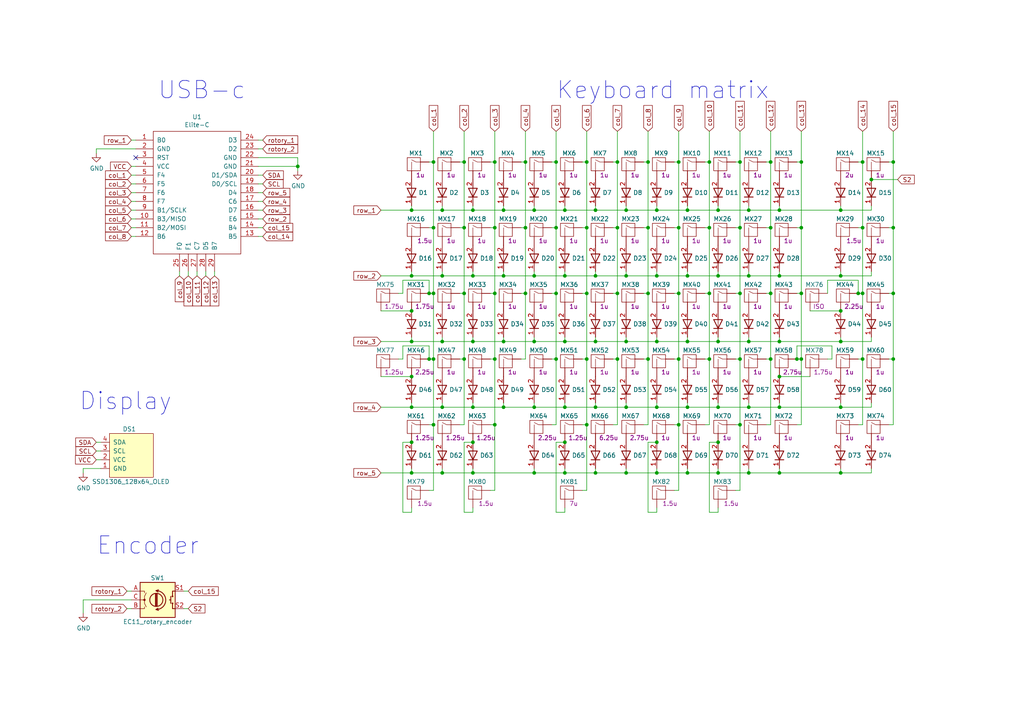
<source format=kicad_sch>
(kicad_sch (version 20211123) (generator eeschema)
  (paper "A4")
  (title_block (title "GanJing 65 rev 2 solder") (date "2021-11-19") (rev "2") (company "Mingze Jin"))
  (junction (at 172.72 118.11))
  (junction (at 252.73 52.07))
  (junction (at 161.29 85.09))
  (junction (at 259.08 46.99))
  (junction (at 223.52 66.04))
  (junction (at 119.38 128.27))
  (junction (at 205.74 66.04))
  (junction (at 199.39 80.01))
  (junction (at 214.63 104.14))
  (junction (at 143.51 85.09))
  (junction (at 232.41 104.14))
  (junction (at 243.84 80.01))
  (junction (at 137.16 137.16))
  (junction (at 161.29 104.14))
  (junction (at 196.85 46.99))
  (junction (at 226.06 60.96))
  (junction (at 226.06 109.22))
  (junction (at 179.07 85.09))
  (junction (at 199.39 137.16))
  (junction (at 143.51 46.99))
  (junction (at 259.08 104.14))
  (junction (at 146.05 80.01))
  (junction (at 187.96 46.99))
  (junction (at 250.19 46.99))
  (junction (at 170.18 46.99))
  (junction (at 223.52 46.99))
  (junction (at 143.51 66.04))
  (junction (at 181.61 137.16))
  (junction (at 187.96 104.14))
  (junction (at 124.46 104.14))
  (junction (at 232.41 46.99))
  (junction (at 125.73 85.09))
  (junction (at 125.73 66.04))
  (junction (at 232.41 66.04))
  (junction (at 226.06 137.16))
  (junction (at 128.27 60.96))
  (junction (at 146.05 118.11))
  (junction (at 128.27 80.01))
  (junction (at 170.18 66.04))
  (junction (at 196.85 66.04))
  (junction (at 187.96 66.04))
  (junction (at 134.62 104.14))
  (junction (at 128.27 137.16))
  (junction (at 163.83 99.06))
  (junction (at 208.28 60.96))
  (junction (at 243.84 99.06))
  (junction (at 179.07 46.99))
  (junction (at 226.06 80.01))
  (junction (at 181.61 60.96))
  (junction (at 199.39 99.06))
  (junction (at 170.18 123.19))
  (junction (at 163.83 80.01))
  (junction (at 161.29 66.04))
  (junction (at 205.74 85.09))
  (junction (at 170.18 104.14))
  (junction (at 119.38 137.16))
  (junction (at 125.73 46.99))
  (junction (at 231.14 104.14))
  (junction (at 152.4 46.99))
  (junction (at 226.06 118.11))
  (junction (at 143.51 104.14))
  (junction (at 214.63 123.19))
  (junction (at 190.5 60.96))
  (junction (at 250.19 66.04))
  (junction (at 172.72 137.16))
  (junction (at 190.5 99.06))
  (junction (at 86.36 48.26))
  (junction (at 208.28 128.27))
  (junction (at 217.17 118.11))
  (junction (at 154.94 99.06))
  (junction (at 163.83 118.11))
  (junction (at 137.16 118.11))
  (junction (at 137.16 128.27))
  (junction (at 259.08 85.09))
  (junction (at 243.84 137.16))
  (junction (at 196.85 104.14))
  (junction (at 163.83 137.16))
  (junction (at 146.05 99.06))
  (junction (at 137.16 80.01))
  (junction (at 137.16 60.96))
  (junction (at 119.38 99.06))
  (junction (at 170.18 85.09))
  (junction (at 248.92 85.09))
  (junction (at 250.19 85.09))
  (junction (at 208.28 80.01))
  (junction (at 152.4 66.04))
  (junction (at 179.07 66.04))
  (junction (at 179.07 104.14))
  (junction (at 196.85 123.19))
  (junction (at 181.61 118.11))
  (junction (at 208.28 99.06))
  (junction (at 154.94 118.11))
  (junction (at 181.61 80.01))
  (junction (at 125.73 123.19))
  (junction (at 154.94 137.16))
  (junction (at 154.94 80.01))
  (junction (at 205.74 104.14))
  (junction (at 199.39 118.11))
  (junction (at 226.06 99.06))
  (junction (at 134.62 66.04))
  (junction (at 128.27 99.06))
  (junction (at 190.5 137.16))
  (junction (at 208.28 137.16))
  (junction (at 214.63 85.09))
  (junction (at 124.46 85.09))
  (junction (at 187.96 85.09))
  (junction (at 243.84 118.11))
  (junction (at 137.16 99.06))
  (junction (at 119.38 90.17))
  (junction (at 119.38 80.01))
  (junction (at 232.41 85.09))
  (junction (at 190.5 118.11))
  (junction (at 143.51 123.19))
  (junction (at 217.17 99.06))
  (junction (at 190.5 128.27))
  (junction (at 163.83 128.27))
  (junction (at 134.62 46.99))
  (junction (at 119.38 118.11))
  (junction (at 217.17 137.16))
  (junction (at 217.17 60.96))
  (junction (at 208.28 118.11))
  (junction (at 199.39 60.96))
  (junction (at 134.62 85.09))
  (junction (at 146.05 60.96))
  (junction (at 154.94 60.96))
  (junction (at 214.63 66.04))
  (junction (at 259.08 66.04))
  (junction (at 172.72 99.06))
  (junction (at 190.5 80.01))
  (junction (at 161.29 46.99))
  (junction (at 172.72 80.01))
  (junction (at 128.27 118.11))
  (junction (at 125.73 104.14))
  (junction (at 214.63 46.99))
  (junction (at 152.4 85.09))
  (junction (at 243.84 60.96))
  (junction (at 223.52 104.14))
  (junction (at 217.17 80.01))
  (junction (at 250.19 104.14))
  (junction (at 243.84 90.17))
  (junction (at 196.85 85.09))
  (junction (at 223.52 85.09))
  (junction (at 172.72 60.96))
  (junction (at 205.74 46.99))
  (junction (at 163.83 60.96))
  (junction (at 119.38 109.22))
  (junction (at 119.38 60.96))
  (junction (at 181.61 99.06))
  (no_connect (at 39.37 45.72))
  (wire (pts (xy 195.58 46.99) (xy 196.85 46.99)))
  (wire (pts (xy 119.38 60.96) (xy 110.49 60.96)))
  (wire (pts (xy 179.07 123.19) (xy 177.8 123.19)))
  (wire (pts (xy 160.02 85.09) (xy 161.29 85.09)))
  (wire (pts (xy 27.94 130.81) (xy 29.21 130.81)))
  (wire (pts (xy 190.5 148.59) (xy 187.96 148.59)))
  (wire (pts (xy 137.16 80.01) (xy 128.27 80.01)))
  (wire (pts (xy 143.51 46.99) (xy 143.51 66.04)))
  (wire (pts (xy 199.39 99.06) (xy 190.5 99.06)))
  (wire (pts (xy 190.5 60.96) (xy 199.39 60.96)))
  (wire (pts (xy 187.96 148.59) (xy 187.96 128.27)))
  (wire (pts (xy 38.1 60.96) (xy 39.37 60.96)))
  (wire (pts (xy 154.94 118.11) (xy 146.05 118.11)))
  (wire (pts (xy 208.28 97.79) (xy 208.28 99.06)))
  (wire (pts (xy 177.8 85.09) (xy 179.07 85.09)))
  (wire (pts (xy 134.62 104.14) (xy 134.62 123.19)))
  (wire (pts (xy 76.2 68.58) (xy 74.93 68.58)))
  (wire (pts (xy 213.36 142.24) (xy 214.63 142.24)))
  (wire (pts (xy 160.02 66.04) (xy 161.29 66.04)))
  (wire (pts (xy 52.07 80.01) (xy 52.07 78.74)))
  (wire (pts (xy 76.2 40.64) (xy 74.93 40.64)))
  (wire (pts (xy 170.18 38.1) (xy 170.18 46.99)))
  (wire (pts (xy 186.69 85.09) (xy 187.96 85.09)))
  (wire (pts (xy 163.83 116.84) (xy 163.83 118.11)))
  (wire (pts (xy 252.73 116.84) (xy 252.73 118.11)))
  (wire (pts (xy 59.69 80.01) (xy 59.69 78.74)))
  (wire (pts (xy 205.74 85.09) (xy 205.74 66.04)))
  (wire (pts (xy 232.41 38.1) (xy 232.41 46.99)))
  (wire (pts (xy 38.1 53.34) (xy 39.37 53.34)))
  (wire (pts (xy 125.73 104.14) (xy 125.73 85.09)))
  (wire (pts (xy 163.83 60.96) (xy 172.72 60.96)))
  (wire (pts (xy 190.5 135.89) (xy 190.5 137.16)))
  (wire (pts (xy 181.61 80.01) (xy 172.72 80.01)))
  (wire (pts (xy 196.85 38.1) (xy 196.85 46.99)))
  (wire (pts (xy 257.81 46.99) (xy 259.08 46.99)))
  (wire (pts (xy 222.25 85.09) (xy 223.52 85.09)))
  (wire (pts (xy 217.17 99.06) (xy 226.06 99.06)))
  (wire (pts (xy 172.72 116.84) (xy 172.72 118.11)))
  (wire (pts (xy 161.29 104.14) (xy 160.02 104.14)))
  (wire (pts (xy 190.5 59.69) (xy 190.5 60.96)))
  (wire (pts (xy 181.61 59.69) (xy 181.61 60.96)))
  (wire (pts (xy 214.63 38.1) (xy 214.63 46.99)))
  (wire (pts (xy 252.73 78.74) (xy 252.73 80.01)))
  (wire (pts (xy 151.13 46.99) (xy 152.4 46.99)))
  (wire (pts (xy 204.47 46.99) (xy 205.74 46.99)))
  (wire (pts (xy 226.06 135.89) (xy 226.06 137.16)))
  (wire (pts (xy 36.83 171.45) (xy 38.1 171.45)))
  (wire (pts (xy 134.62 38.1) (xy 134.62 46.99)))
  (wire (pts (xy 128.27 80.01) (xy 128.27 78.74)))
  (wire (pts (xy 179.07 123.19) (xy 179.07 104.14)))
  (wire (pts (xy 252.73 99.06) (xy 252.73 97.79)))
  (wire (pts (xy 163.83 137.16) (xy 172.72 137.16)))
  (wire (pts (xy 205.74 66.04) (xy 205.74 46.99)))
  (wire (pts (xy 234.95 90.17) (xy 243.84 90.17)))
  (wire (pts (xy 124.46 123.19) (xy 125.73 123.19)))
  (wire (pts (xy 161.29 46.99) (xy 161.29 66.04)))
  (wire (pts (xy 217.17 137.16) (xy 226.06 137.16)))
  (wire (pts (xy 170.18 123.19) (xy 170.18 142.24)))
  (wire (pts (xy 152.4 66.04) (xy 152.4 85.09)))
  (wire (pts (xy 125.73 66.04) (xy 125.73 46.99)))
  (wire (pts (xy 76.2 60.96) (xy 74.93 60.96)))
  (wire (pts (xy 231.14 104.14) (xy 232.41 104.14)))
  (wire (pts (xy 223.52 38.1) (xy 223.52 46.99)))
  (wire (pts (xy 154.94 60.96) (xy 163.83 60.96)))
  (wire (pts (xy 128.27 118.11) (xy 128.27 116.84)))
  (wire (pts (xy 199.39 118.11) (xy 190.5 118.11)))
  (wire (pts (xy 205.74 104.14) (xy 205.74 85.09)))
  (wire (pts (xy 137.16 60.96) (xy 146.05 60.96)))
  (wire (pts (xy 154.94 99.06) (xy 146.05 99.06)))
  (wire (pts (xy 115.57 85.09) (xy 116.84 85.09)))
  (wire (pts (xy 54.61 171.45) (xy 53.34 171.45)))
  (wire (pts (xy 86.36 48.26) (xy 86.36 49.53)))
  (wire (pts (xy 241.3 100.33) (xy 231.14 100.33)))
  (wire (pts (xy 187.96 46.99) (xy 186.69 46.99)))
  (wire (pts (xy 181.61 116.84) (xy 181.61 118.11)))
  (wire (pts (xy 181.61 78.74) (xy 181.61 80.01)))
  (wire (pts (xy 124.46 104.14) (xy 125.73 104.14)))
  (wire (pts (xy 226.06 118.11) (xy 243.84 118.11)))
  (wire (pts (xy 252.73 59.69) (xy 252.73 60.96)))
  (wire (pts (xy 250.19 85.09) (xy 250.19 104.14)))
  (wire (pts (xy 146.05 116.84) (xy 146.05 118.11)))
  (wire (pts (xy 204.47 123.19) (xy 205.74 123.19)))
  (wire (pts (xy 196.85 142.24) (xy 196.85 123.19)))
  (wire (pts (xy 240.03 81.28) (xy 248.92 81.28)))
  (wire (pts (xy 119.38 118.11) (xy 119.38 116.84)))
  (wire (pts (xy 54.61 80.01) (xy 54.61 78.74)))
  (wire (pts (xy 163.83 59.69) (xy 163.83 60.96)))
  (wire (pts (xy 217.17 99.06) (xy 208.28 99.06)))
  (wire (pts (xy 172.72 59.69) (xy 172.72 60.96)))
  (wire (pts (xy 248.92 104.14) (xy 250.19 104.14)))
  (wire (pts (xy 160.02 123.19) (xy 161.29 123.19)))
  (wire (pts (xy 154.94 116.84) (xy 154.94 118.11)))
  (wire (pts (xy 250.19 66.04) (xy 250.19 46.99)))
  (wire (pts (xy 143.51 104.14) (xy 143.51 123.19)))
  (wire (pts (xy 226.06 109.22) (xy 234.95 109.22)))
  (wire (pts (xy 125.73 85.09) (xy 125.73 66.04)))
  (wire (pts (xy 29.21 133.35) (xy 27.94 133.35)))
  (wire (pts (xy 161.29 85.09) (xy 161.29 104.14)))
  (wire (pts (xy 134.62 46.99) (xy 134.62 66.04)))
  (wire (pts (xy 179.07 85.09) (xy 179.07 66.04)))
  (wire (pts (xy 187.96 85.09) (xy 187.96 104.14)))
  (wire (pts (xy 179.07 46.99) (xy 177.8 46.99)))
  (wire (pts (xy 134.62 123.19) (xy 133.35 123.19)))
  (wire (pts (xy 199.39 116.84) (xy 199.39 118.11)))
  (wire (pts (xy 137.16 148.59) (xy 134.62 148.59)))
  (wire (pts (xy 119.38 137.16) (xy 128.27 137.16)))
  (wire (pts (xy 124.46 66.04) (xy 125.73 66.04)))
  (wire (pts (xy 190.5 116.84) (xy 190.5 118.11)))
  (wire (pts (xy 195.58 66.04) (xy 196.85 66.04)))
  (wire (pts (xy 231.14 66.04) (xy 232.41 66.04)))
  (wire (pts (xy 226.06 97.79) (xy 226.06 99.06)))
  (wire (pts (xy 137.16 137.16) (xy 154.94 137.16)))
  (wire (pts (xy 226.06 116.84) (xy 226.06 118.11)))
  (wire (pts (xy 54.61 176.53) (xy 53.34 176.53)))
  (wire (pts (xy 125.73 38.1) (xy 125.73 46.99)))
  (wire (pts (xy 243.84 99.06) (xy 252.73 99.06)))
  (wire (pts (xy 208.28 78.74) (xy 208.28 80.01)))
  (wire (pts (xy 143.51 123.19) (xy 142.24 123.19)))
  (wire (pts (xy 226.06 60.96) (xy 226.06 59.69)))
  (wire (pts (xy 142.24 104.14) (xy 143.51 104.14)))
  (wire (pts (xy 172.72 97.79) (xy 172.72 99.06)))
  (wire (pts (xy 199.39 60.96) (xy 208.28 60.96)))
  (wire (pts (xy 172.72 99.06) (xy 163.83 99.06)))
  (wire (pts (xy 124.46 100.33) (xy 116.84 100.33)))
  (wire (pts (xy 168.91 66.04) (xy 170.18 66.04)))
  (wire (pts (xy 134.62 148.59) (xy 134.62 128.27)))
  (wire (pts (xy 152.4 85.09) (xy 152.4 104.14)))
  (wire (pts (xy 38.1 63.5) (xy 39.37 63.5)))
  (wire (pts (xy 243.84 116.84) (xy 243.84 118.11)))
  (wire (pts (xy 152.4 104.14) (xy 151.13 104.14)))
  (wire (pts (xy 260.35 52.07) (xy 252.73 52.07)))
  (wire (pts (xy 27.94 43.18) (xy 27.94 44.45)))
  (wire (pts (xy 133.35 46.99) (xy 134.62 46.99)))
  (wire (pts (xy 161.29 104.14) (xy 161.29 123.19)))
  (wire (pts (xy 252.73 60.96) (xy 243.84 60.96)))
  (wire (pts (xy 119.38 99.06) (xy 119.38 97.79)))
  (wire (pts (xy 119.38 99.06) (xy 110.49 99.06)))
  (wire (pts (xy 252.73 135.89) (xy 252.73 137.16)))
  (wire (pts (xy 76.2 66.04) (xy 74.93 66.04)))
  (wire (pts (xy 119.38 80.01) (xy 119.38 78.74)))
  (wire (pts (xy 223.52 123.19) (xy 223.52 104.14)))
  (wire (pts (xy 217.17 59.69) (xy 217.17 60.96)))
  (wire (pts (xy 170.18 123.19) (xy 170.18 104.14)))
  (wire (pts (xy 38.1 48.26) (xy 39.37 48.26)))
  (wire (pts (xy 76.2 63.5) (xy 74.93 63.5)))
  (wire (pts (xy 250.19 46.99) (xy 248.92 46.99)))
  (wire (pts (xy 170.18 46.99) (xy 170.18 66.04)))
  (wire (pts (xy 119.38 147.32) (xy 119.38 148.59)))
  (wire (pts (xy 199.39 78.74) (xy 199.39 80.01)))
  (wire (pts (xy 187.96 104.14) (xy 187.96 123.19)))
  (wire (pts (xy 259.08 85.09) (xy 257.81 85.09)))
  (wire (pts (xy 125.73 123.19) (xy 125.73 104.14)))
  (wire (pts (xy 195.58 104.14) (xy 196.85 104.14)))
  (wire (pts (xy 231.14 46.99) (xy 232.41 46.99)))
  (wire (pts (xy 181.61 135.89) (xy 181.61 137.16)))
  (wire (pts (xy 257.81 123.19) (xy 259.08 123.19)))
  (wire (pts (xy 116.84 81.28) (xy 124.46 81.28)))
  (wire (pts (xy 163.83 147.32) (xy 163.83 148.59)))
  (wire (pts (xy 195.58 142.24) (xy 196.85 142.24)))
  (wire (pts (xy 232.41 85.09) (xy 232.41 66.04)))
  (wire (pts (xy 38.1 55.88) (xy 39.37 55.88)))
  (wire (pts (xy 128.27 99.06) (xy 119.38 99.06)))
  (wire (pts (xy 172.72 137.16) (xy 181.61 137.16)))
  (wire (pts (xy 152.4 38.1) (xy 152.4 46.99)))
  (wire (pts (xy 252.73 80.01) (xy 243.84 80.01)))
  (wire (pts (xy 137.16 118.11) (xy 128.27 118.11)))
  (wire (pts (xy 223.52 85.09) (xy 223.52 66.04)))
  (wire (pts (xy 133.35 104.14) (xy 134.62 104.14)))
  (wire (pts (xy 231.14 123.19) (xy 232.41 123.19)))
  (wire (pts (xy 199.39 135.89) (xy 199.39 137.16)))
  (wire (pts (xy 154.94 137.16) (xy 163.83 137.16)))
  (wire (pts (xy 163.83 80.01) (xy 154.94 80.01)))
  (wire (pts (xy 161.29 66.04) (xy 161.29 85.09)))
  (wire (pts (xy 38.1 40.64) (xy 39.37 40.64)))
  (wire (pts (xy 240.03 104.14) (xy 241.3 104.14)))
  (wire (pts (xy 161.29 148.59) (xy 161.29 128.27)))
  (wire (pts (xy 181.61 97.79) (xy 181.61 99.06)))
  (wire (pts (xy 214.63 123.19) (xy 214.63 104.14)))
  (wire (pts (xy 154.94 135.89) (xy 154.94 137.16)))
  (wire (pts (xy 168.91 46.99) (xy 170.18 46.99)))
  (wire (pts (xy 222.25 66.04) (xy 223.52 66.04)))
  (wire (pts (xy 142.24 85.09) (xy 143.51 85.09)))
  (wire (pts (xy 154.94 59.69) (xy 154.94 60.96)))
  (wire (pts (xy 190.5 137.16) (xy 199.39 137.16)))
  (wire (pts (xy 259.08 46.99) (xy 259.08 66.04)))
  (wire (pts (xy 222.25 104.14) (xy 223.52 104.14)))
  (wire (pts (xy 190.5 118.11) (xy 181.61 118.11)))
  (wire (pts (xy 137.16 78.74) (xy 137.16 80.01)))
  (wire (pts (xy 190.5 97.79) (xy 190.5 99.06)))
  (wire (pts (xy 154.94 80.01) (xy 146.05 80.01)))
  (wire (pts (xy 190.5 99.06) (xy 181.61 99.06)))
  (wire (pts (xy 128.27 99.06) (xy 128.27 97.79)))
  (wire (pts (xy 226.06 78.74) (xy 226.06 80.01)))
  (wire (pts (xy 74.93 45.72) (xy 86.36 45.72)))
  (wire (pts (xy 222.25 123.19) (xy 223.52 123.19)))
  (wire (pts (xy 142.24 46.99) (xy 143.51 46.99)))
  (wire (pts (xy 38.1 68.58) (xy 39.37 68.58)))
  (wire (pts (xy 199.39 137.16) (xy 208.28 137.16)))
  (wire (pts (xy 160.02 46.99) (xy 161.29 46.99)))
  (wire (pts (xy 38.1 66.04) (xy 39.37 66.04)))
  (wire (pts (xy 163.83 118.11) (xy 154.94 118.11)))
  (wire (pts (xy 110.49 109.22) (xy 119.38 109.22)))
  (wire (pts (xy 222.25 46.99) (xy 223.52 46.99)))
  (wire (pts (xy 172.72 137.16) (xy 172.72 135.89)))
  (wire (pts (xy 76.2 55.88) (xy 74.93 55.88)))
  (wire (pts (xy 124.46 85.09) (xy 125.73 85.09)))
  (wire (pts (xy 231.14 100.33) (xy 231.14 104.14)))
  (wire (pts (xy 116.84 85.09) (xy 116.84 81.28)))
  (wire (pts (xy 62.23 80.01) (xy 62.23 78.74)))
  (wire (pts (xy 116.84 128.27) (xy 119.38 128.27)))
  (wire (pts (xy 250.19 104.14) (xy 250.19 123.19)))
  (wire (pts (xy 163.83 78.74) (xy 163.83 80.01)))
  (wire (pts (xy 146.05 78.74) (xy 146.05 80.01)))
  (wire (pts (xy 128.27 60.96) (xy 137.16 60.96)))
  (wire (pts (xy 154.94 97.79) (xy 154.94 99.06)))
  (wire (pts (xy 214.63 104.14) (xy 214.63 85.09)))
  (wire (pts (xy 124.46 104.14) (xy 124.46 100.33)))
  (wire (pts (xy 124.46 142.24) (xy 125.73 142.24)))
  (wire (pts (xy 196.85 123.19) (xy 196.85 104.14)))
  (wire (pts (xy 226.06 60.96) (xy 243.84 60.96)))
  (wire (pts (xy 204.47 85.09) (xy 205.74 85.09)))
  (wire (pts (xy 257.81 104.14) (xy 259.08 104.14)))
  (wire (pts (xy 146.05 60.96) (xy 154.94 60.96)))
  (wire (pts (xy 116.84 100.33) (xy 116.84 104.14)))
  (wire (pts (xy 232.41 104.14) (xy 232.41 85.09)))
  (wire (pts (xy 142.24 66.04) (xy 143.51 66.04)))
  (wire (pts (xy 168.91 142.24) (xy 170.18 142.24)))
  (wire (pts (xy 57.15 80.01) (xy 57.15 78.74)))
  (wire (pts (xy 223.52 66.04) (xy 223.52 46.99)))
  (wire (pts (xy 243.84 135.89) (xy 243.84 137.16)))
  (wire (pts (xy 250.19 85.09) (xy 248.92 85.09)))
  (wire (pts (xy 190.5 78.74) (xy 190.5 80.01)))
  (wire (pts (xy 170.18 66.04) (xy 170.18 85.09)))
  (wire (pts (xy 217.17 60.96) (xy 226.06 60.96)))
  (wire (pts (xy 259.08 66.04) (xy 259.08 85.09)))
  (wire (pts (xy 208.28 147.32) (xy 208.28 148.59)))
  (wire (pts (xy 226.06 137.16) (xy 243.84 137.16)))
  (wire (pts (xy 257.81 66.04) (xy 259.08 66.04)))
  (wire (pts (xy 143.51 66.04) (xy 143.51 85.09)))
  (wire (pts (xy 143.51 85.09) (xy 143.51 104.14)))
  (wire (pts (xy 217.17 78.74) (xy 217.17 80.01)))
  (wire (pts (xy 119.38 60.96) (xy 119.38 59.69)))
  (wire (pts (xy 213.36 66.04) (xy 214.63 66.04)))
  (wire (pts (xy 243.84 80.01) (xy 226.06 80.01)))
  (wire (pts (xy 24.13 135.89) (xy 29.21 135.89)))
  (wire (pts (xy 143.51 38.1) (xy 143.51 46.99)))
  (wire (pts (xy 74.93 43.18) (xy 76.2 43.18)))
  (wire (pts (xy 208.28 99.06) (xy 199.39 99.06)))
  (wire (pts (xy 38.1 58.42) (xy 39.37 58.42)))
  (wire (pts (xy 146.05 118.11) (xy 137.16 118.11)))
  (wire (pts (xy 128.27 137.16) (xy 137.16 137.16)))
  (wire (pts (xy 119.38 118.11) (xy 110.49 118.11)))
  (wire (pts (xy 119.38 137.16) (xy 110.49 137.16)))
  (wire (pts (xy 196.85 85.09) (xy 195.58 85.09)))
  (wire (pts (xy 232.41 66.04) (xy 232.41 46.99)))
  (wire (pts (xy 208.28 116.84) (xy 208.28 118.11)))
  (wire (pts (xy 116.84 148.59) (xy 116.84 128.27)))
  (wire (pts (xy 137.16 97.79) (xy 137.16 99.06)))
  (wire (pts (xy 223.52 104.14) (xy 223.52 85.09)))
  (wire (pts (xy 205.74 148.59) (xy 205.74 128.27)))
  (wire (pts (xy 187.96 66.04) (xy 187.96 85.09)))
  (wire (pts (xy 213.36 104.14) (xy 214.63 104.14)))
  (wire (pts (xy 24.13 137.16) (xy 24.13 135.89)))
  (wire (pts (xy 143.51 123.19) (xy 143.51 142.24)))
  (wire (pts (xy 190.5 80.01) (xy 181.61 80.01)))
  (wire (pts (xy 137.16 99.06) (xy 128.27 99.06)))
  (wire (pts (xy 152.4 66.04) (xy 151.13 66.04)))
  (wire (pts (xy 187.96 128.27) (xy 190.5 128.27)))
  (wire (pts (xy 240.03 85.09) (xy 240.03 81.28)))
  (wire (pts (xy 133.35 85.09) (xy 134.62 85.09)))
  (wire (pts (xy 179.07 104.14) (xy 179.07 85.09)))
  (wire (pts (xy 128.27 59.69) (xy 128.27 60.96)))
  (wire (pts (xy 205.74 123.19) (xy 205.74 104.14)))
  (wire (pts (xy 181.61 60.96) (xy 190.5 60.96)))
  (wire (pts (xy 137.16 116.84) (xy 137.16 118.11)))
  (wire (pts (xy 177.8 66.04) (xy 179.07 66.04)))
  (wire (pts (xy 124.46 81.28) (xy 124.46 85.09)))
  (wire (pts (xy 208.28 118.11) (xy 199.39 118.11)))
  (wire (pts (xy 146.05 99.06) (xy 137.16 99.06)))
  (wire (pts (xy 134.62 85.09) (xy 134.62 104.14)))
  (wire (pts (xy 168.91 123.19) (xy 170.18 123.19)))
  (wire (pts (xy 243.84 137.16) (xy 252.73 137.16)))
  (wire (pts (xy 181.61 118.11) (xy 172.72 118.11)))
  (wire (pts (xy 214.63 123.19) (xy 214.63 142.24)))
  (wire (pts (xy 213.36 85.09) (xy 214.63 85.09)))
  (wire (pts (xy 154.94 78.74) (xy 154.94 80.01)))
  (wire (pts (xy 259.08 38.1) (xy 259.08 46.99)))
  (wire (pts (xy 208.28 80.01) (xy 199.39 80.01)))
  (wire (pts (xy 208.28 137.16) (xy 217.17 137.16)))
  (wire (pts (xy 125.73 142.24) (xy 125.73 123.19)))
  (wire (pts (xy 152.4 46.99) (xy 152.4 66.04)))
  (wire (pts (xy 163.83 148.59) (xy 161.29 148.59)))
  (wire (pts (xy 232.41 123.19) (xy 232.41 104.14)))
  (wire (pts (xy 208.28 135.89) (xy 208.28 137.16)))
  (wire (pts (xy 199.39 97.79) (xy 199.39 99.06)))
  (wire (pts (xy 116.84 104.14) (xy 115.57 104.14)))
  (wire (pts (xy 38.1 50.8) (xy 39.37 50.8)))
  (wire (pts (xy 243.84 60.96) (xy 243.84 59.69)))
  (wire (pts (xy 248.92 81.28) (xy 248.92 85.09)))
  (wire (pts (xy 119.38 148.59) (xy 116.84 148.59)))
  (wire (pts (xy 250.19 85.09) (xy 250.19 66.04)))
  (wire (pts (xy 128.27 80.01) (xy 119.38 80.01)))
  (wire (pts (xy 187.96 46.99) (xy 187.96 66.04)))
  (wire (pts (xy 179.07 38.1) (xy 179.07 46.99)))
  (wire (pts (xy 186.69 123.19) (xy 187.96 123.19)))
  (wire (pts (xy 196.85 85.09) (xy 196.85 66.04)))
  (wire (pts (xy 134.62 66.04) (xy 134.62 85.09)))
  (wire (pts (xy 243.84 97.79) (xy 243.84 99.06)))
  (wire (pts (xy 231.14 85.09) (xy 232.41 85.09)))
  (wire (pts (xy 204.47 104.14) (xy 205.74 104.14)))
  (wire (pts (xy 250.19 38.1) (xy 250.19 46.99)))
  (wire (pts (xy 248.92 123.19) (xy 250.19 123.19)))
  (wire (pts (xy 119.38 90.17) (xy 110.49 90.17)))
  (wire (pts (xy 217.17 80.01) (xy 208.28 80.01)))
  (wire (pts (xy 226.06 99.06) (xy 243.84 99.06)))
  (wire (pts (xy 241.3 104.14) (xy 241.3 100.33)))
  (wire (pts (xy 196.85 104.14) (xy 196.85 85.09)))
  (wire (pts (xy 24.13 173.99) (xy 38.1 173.99)))
  (wire (pts (xy 196.85 66.04) (xy 196.85 46.99)))
  (wire (pts (xy 195.58 123.19) (xy 196.85 123.19)))
  (wire (pts (xy 161.29 38.1) (xy 161.29 46.99)))
  (wire (pts (xy 137.16 135.89) (xy 137.16 137.16)))
  (wire (pts (xy 134.62 128.27) (xy 137.16 128.27)))
  (wire (pts (xy 24.13 173.99) (xy 24.13 177.8)))
  (wire (pts (xy 217.17 118.11) (xy 208.28 118.11)))
  (wire (pts (xy 205.74 38.1) (xy 205.74 46.99)))
  (wire (pts (xy 205.74 128.27) (xy 208.28 128.27)))
  (wire (pts (xy 205.74 148.59) (xy 208.28 148.59)))
  (wire (pts (xy 199.39 59.69) (xy 199.39 60.96)))
  (wire (pts (xy 217.17 118.11) (xy 226.06 118.11)))
  (wire (pts (xy 168.91 85.09) (xy 170.18 85.09)))
  (wire (pts (xy 163.83 97.79) (xy 163.83 99.06)))
  (wire (pts (xy 172.72 80.01) (xy 163.83 80.01)))
  (wire (pts (xy 142.24 142.24) (xy 143.51 142.24)))
  (wire (pts (xy 243.84 78.74) (xy 243.84 80.01)))
  (wire (pts (xy 214.63 66.04) (xy 214.63 46.99)))
  (wire (pts (xy 137.16 147.32) (xy 137.16 148.59)))
  (wire (pts (xy 208.28 59.69) (xy 208.28 60.96)))
  (wire (pts (xy 146.05 59.69) (xy 146.05 60.96)))
  (wire (pts (xy 170.18 104.14) (xy 168.91 104.14)))
  (wire (pts (xy 199.39 80.01) (xy 190.5 80.01)))
  (wire (pts (xy 170.18 85.09) (xy 170.18 104.14)))
  (wire (pts (xy 214.63 85.09) (xy 214.63 66.04)))
  (wire (pts (xy 128.27 135.89) (xy 128.27 137.16)))
  (wire (pts (xy 181.61 99.06) (xy 172.72 99.06)))
  (wire (pts (xy 217.17 97.79) (xy 217.17 99.06)))
  (wire (pts (xy 152.4 85.09) (xy 151.13 85.09)))
  (wire (pts (xy 119.38 60.96) (xy 128.27 60.96)))
  (wire (pts (xy 204.47 66.04) (xy 205.74 66.04)))
  (wire (pts (xy 214.63 46.99) (xy 213.36 46.99)))
  (wire (pts (xy 172.72 118.11) (xy 163.83 118.11)))
  (wire (pts (xy 217.17 135.89) (xy 217.17 137.16)))
  (wire (pts (xy 86.36 45.72) (xy 86.36 48.26)))
  (wire (pts (xy 179.07 66.04) (xy 179.07 46.99)))
  (wire (pts (xy 76.2 50.8) (xy 74.93 50.8)))
  (wire (pts (xy 187.96 66.04) (xy 186.69 66.04)))
  (wire (pts (xy 172.72 78.74) (xy 172.72 80.01)))
  (wire (pts (xy 187.96 38.1) (xy 187.96 46.99)))
  (wire (pts (xy 74.93 53.34) (xy 76.2 53.34)))
  (wire (pts (xy 161.29 128.27) (xy 163.83 128.27)))
  (wire (pts (xy 259.08 104.14) (xy 259.08 85.09)))
  (wire (pts (xy 177.8 104.14) (xy 179.07 104.14)))
  (wire (pts (xy 248.92 66.04) (xy 250.19 66.04)))
  (wire (pts (xy 243.84 118.11) (xy 252.73 118.11)))
  (wire (pts (xy 217.17 116.84) (xy 217.17 118.11)))
  (wire (pts (xy 208.28 60.96) (xy 217.17 60.96)))
  (wire (pts (xy 124.46 46.99) (xy 125.73 46.99)))
  (wire (pts (xy 181.61 137.16) (xy 190.5 137.16)))
  (wire (pts (xy 172.72 60.96) (xy 181.61 60.96)))
  (wire (pts (xy 128.27 118.11) (xy 119.38 118.11)))
  (wire (pts (xy 146.05 97.79) (xy 146.05 99.06)))
  (wire (pts (xy 213.36 123.19) (xy 214.63 123.19)))
  (wire (pts (xy 76.2 58.42) (xy 74.93 58.42)))
  (wire (pts (xy 186.69 104.14) (xy 187.96 104.14)))
  (wire (pts (xy 29.21 128.27) (xy 27.94 128.27)))
  (wire (pts (xy 137.16 59.69) (xy 137.16 60.96)))
  (wire (pts (xy 163.83 135.89) (xy 163.83 137.16)))
  (wire (pts (xy 163.83 99.06) (xy 154.94 99.06)))
  (wire (pts (xy 190.5 147.32) (xy 190.5 148.59)))
  (wire (pts (xy 74.93 48.26) (xy 86.36 48.26)))
  (wire (pts (xy 119.38 135.89) (xy 119.38 137.16)))
  (wire (pts (xy 146.05 80.01) (xy 137.16 80.01)))
  (wire (pts (xy 119.38 80.01) (xy 110.49 80.01)))
  (wire (pts (xy 133.35 66.04) (xy 134.62 66.04)))
  (wire (pts (xy 226.06 80.01) (xy 217.17 80.01)))
  (wire (pts (xy 259.08 123.19) (xy 259.08 104.14)))
  (wire (pts (xy 38.1 176.53) (xy 36.83 176.53)))
  (wire (pts (xy 27.94 43.18) (xy 39.37 43.18)))
  (text "Keyboard matrix" (at 161.29 29.21 0) (effects (font (size 5.0038 5.0038)) (justify left bottom)))
  (text "Display" (at 22.86 119.38 0) (effects (font (size 5.0038 5.0038)) (justify left bottom)))
  (text "USB-c" (at 45.72 29.21 0) (effects (font (size 5.0038 5.0038)) (justify left bottom)))
  (text "Encoder" (at 27.94 161.29 0) (effects (font (size 5.0038 5.0038)) (justify left bottom)))
  (global_label "col_1" (shape input) (at 38.1 50.8 180) (property "Intersheet References" "${INTERSHEET_REFS}" (effects hide)))
  (global_label "col_13" (shape input) (at 62.23 80.01 270) (property "Intersheet References" "${INTERSHEET_REFS}" (effects hide)))
  (global_label "col_14" (shape input) (at 76.2 68.58 0) (property "Intersheet References" "${INTERSHEET_REFS}" (effects hide)))
  (global_label "col_3" (shape input) (at 143.51 38.1 90) (property "Intersheet References" "${INTERSHEET_REFS}" (effects hide)))
  (global_label "col_8" (shape input) (at 38.1 68.58 180) (property "Intersheet References" "${INTERSHEET_REFS}" (effects hide)))
  (global_label "rotory_1" (shape input) (at 76.2 40.64 0) (property "Intersheet References" "${INTERSHEET_REFS}" (effects hide)))
  (global_label "col_2" (shape input) (at 38.1 53.34 180) (property "Intersheet References" "${INTERSHEET_REFS}" (effects hide)))
  (global_label "col_12" (shape input) (at 223.52 38.1 90) (property "Intersheet References" "${INTERSHEET_REFS}" (effects hide)))
  (global_label "col_4" (shape input) (at 152.4 38.1 90) (property "Intersheet References" "${INTERSHEET_REFS}" (effects hide)))
  (global_label "col_10" (shape input) (at 54.61 80.01 270) (property "Intersheet References" "${INTERSHEET_REFS}" (effects hide)))
  (global_label "row_4" (shape input) (at 110.49 118.11 180) (property "Intersheet References" "${INTERSHEET_REFS}" (effects hide)))
  (global_label "col_1" (shape input) (at 125.73 38.1 90) (property "Intersheet References" "${INTERSHEET_REFS}" (effects hide)))
  (global_label "col_6" (shape input) (at 38.1 63.5 180) (property "Intersheet References" "${INTERSHEET_REFS}" (effects hide)))
  (global_label "row_3" (shape input) (at 76.2 60.96 0) (property "Intersheet References" "${INTERSHEET_REFS}" (effects hide)))
  (global_label "col_15" (shape input) (at 259.08 38.1 90) (property "Intersheet References" "${INTERSHEET_REFS}" (effects hide)))
  (global_label "row_3" (shape input) (at 110.49 99.06 180) (property "Intersheet References" "${INTERSHEET_REFS}" (effects hide)))
  (global_label "S2" (shape input) (at 54.61 176.53 0) (property "Intersheet References" "${INTERSHEET_REFS}" (effects hide)))
  (global_label "col_12" (shape input) (at 59.69 80.01 270) (property "Intersheet References" "${INTERSHEET_REFS}" (effects hide)))
  (global_label "col_11" (shape input) (at 57.15 80.01 270) (property "Intersheet References" "${INTERSHEET_REFS}" (effects hide)))
  (global_label "row_2" (shape input) (at 110.49 80.01 180) (property "Intersheet References" "${INTERSHEET_REFS}" (effects hide)))
  (global_label "col_6" (shape input) (at 170.18 38.1 90) (property "Intersheet References" "${INTERSHEET_REFS}" (effects hide)))
  (global_label "col_15" (shape input) (at 76.2 66.04 0) (property "Intersheet References" "${INTERSHEET_REFS}" (effects hide)))
  (global_label "col_9" (shape input) (at 52.07 80.01 270) (property "Intersheet References" "${INTERSHEET_REFS}" (effects hide)))
  (global_label "rotory_2" (shape input) (at 36.83 176.53 180) (property "Intersheet References" "${INTERSHEET_REFS}" (effects hide)))
  (global_label "row_1" (shape input) (at 110.49 60.96 180) (property "Intersheet References" "${INTERSHEET_REFS}" (effects hide)))
  (global_label "col_7" (shape input) (at 179.07 38.1 90) (property "Intersheet References" "${INTERSHEET_REFS}" (effects hide)))
  (global_label "SCL" (shape input) (at 76.2 53.34 0) (property "Intersheet References" "${INTERSHEET_REFS}" (effects hide)))
  (global_label "col_5" (shape input) (at 38.1 60.96 180) (property "Intersheet References" "${INTERSHEET_REFS}" (effects hide)))
  (global_label "col_2" (shape input) (at 134.62 38.1 90) (property "Intersheet References" "${INTERSHEET_REFS}" (effects hide)))
  (global_label "row_2" (shape input) (at 76.2 63.5 0) (property "Intersheet References" "${INTERSHEET_REFS}" (effects hide)))
  (global_label "rotory_1" (shape input) (at 36.83 171.45 180) (property "Intersheet References" "${INTERSHEET_REFS}" (effects hide)))
  (global_label "col_11" (shape input) (at 214.63 38.1 90) (property "Intersheet References" "${INTERSHEET_REFS}" (effects hide)))
  (global_label "rotory_2" (shape input) (at 76.2 43.18 0) (property "Intersheet References" "${INTERSHEET_REFS}" (effects hide)))
  (global_label "col_5" (shape input) (at 161.29 38.1 90) (property "Intersheet References" "${INTERSHEET_REFS}" (effects hide)))
  (global_label "col_8" (shape input) (at 187.96 38.1 90) (property "Intersheet References" "${INTERSHEET_REFS}" (effects hide)))
  (global_label "S2" (shape input) (at 260.35 52.07 0) (property "Intersheet References" "${INTERSHEET_REFS}" (effects hide)))
  (global_label "row_5" (shape input) (at 76.2 55.88 0) (property "Intersheet References" "${INTERSHEET_REFS}" (effects hide)))
  (global_label "row_5" (shape input) (at 110.49 137.16 180) (property "Intersheet References" "${INTERSHEET_REFS}" (effects hide)))
  (global_label "SDA" (shape input) (at 76.2 50.8 0) (property "Intersheet References" "${INTERSHEET_REFS}" (effects hide)))
  (global_label "col_14" (shape input) (at 250.19 38.1 90) (property "Intersheet References" "${INTERSHEET_REFS}" (effects hide)))
  (global_label "SCL" (shape input) (at 27.94 130.81 180) (property "Intersheet References" "${INTERSHEET_REFS}" (effects hide)))
  (global_label "col_10" (shape input) (at 205.74 38.1 90) (property "Intersheet References" "${INTERSHEET_REFS}" (effects hide)))
  (global_label "col_7" (shape input) (at 38.1 66.04 180) (property "Intersheet References" "${INTERSHEET_REFS}" (effects hide)))
  (global_label "col_3" (shape input) (at 38.1 55.88 180) (property "Intersheet References" "${INTERSHEET_REFS}" (effects hide)))
  (global_label "col_13" (shape input) (at 232.41 38.1 90) (property "Intersheet References" "${INTERSHEET_REFS}" (effects hide)))
  (global_label "SDA" (shape input) (at 27.94 128.27 180) (property "Intersheet References" "${INTERSHEET_REFS}" (effects hide)))
  (global_label "VCC" (shape input) (at 38.1 48.26 180) (property "Intersheet References" "${INTERSHEET_REFS}" (effects hide)))
  (global_label "col_9" (shape input) (at 196.85 38.1 90) (property "Intersheet References" "${INTERSHEET_REFS}" (effects hide)))
  (global_label "VCC" (shape input) (at 27.94 133.35 180) (property "Intersheet References" "${INTERSHEET_REFS}" (effects hide)))
  (global_label "row_1" (shape input) (at 38.1 40.64 180) (property "Intersheet References" "${INTERSHEET_REFS}" (effects hide)))
  (global_label "row_4" (shape input) (at 76.2 58.42 0) (property "Intersheet References" "${INTERSHEET_REFS}" (effects hide)))
  (global_label "col_15" (shape input) (at 54.61 171.45 0) (property "Intersheet References" "${INTERSHEET_REFS}" (effects hide)))
  (global_label "col_4" (shape input) (at 38.1 58.42 180) (property "Intersheet References" "${INTERSHEET_REFS}" (effects hide)))
  (symbol (lib_id "GanJing_components:MX_1u_no_LED") (at 119.38 46.99 0) (unit 1)
    (property "Reference" "MX1" (at 120.65 44.45 0))
    (property "Value" "MX_1u_no_LED" (effects hide))
    (property "Footprint" "GanJing_components:MX_1u_no_LED" (effects hide))
    (property "Datasheet" "https://datasheet.octopart.com/MX1A-11NW-Cherry-datasheet-34676.pdf" (effects hide))
    (property "Size" "1u" (at 121.92 50.8 0))
  )
  (symbol (lib_id "GanJing_components:MX_1u_no_LED") (at 128.27 46.99 0) (unit 1)
    (property "Reference" "MX2" (at 129.54 44.45 0))
    (property "Value" "MX_1u_no_LED" (effects hide))
    (property "Footprint" "GanJing_components:MX_1u_no_LED" (effects hide))
    (property "Datasheet" "https://datasheet.octopart.com/MX1A-11NW-Cherry-datasheet-34676.pdf" (effects hide))
    (property "Size" "1u" (at 130.81 50.8 0))
  )
  (symbol (lib_id "GanJing_components:MX_1u_no_LED") (at 137.16 46.99 0) (unit 1)
    (property "Reference" "MX3" (at 138.43 44.45 0))
    (property "Value" "MX_1u_no_LED" (effects hide))
    (property "Footprint" "GanJing_components:MX_1u_no_LED" (effects hide))
    (property "Datasheet" "https://datasheet.octopart.com/MX1A-11NW-Cherry-datasheet-34676.pdf" (effects hide))
    (property "Size" "1u" (at 139.7 50.8 0))
  )
  (symbol (lib_id "GanJing_components:MX_1u_no_LED") (at 146.05 46.99 0) (unit 1)
    (property "Reference" "MX4" (at 147.32 44.45 0))
    (property "Value" "MX_1u_no_LED" (effects hide))
    (property "Footprint" "GanJing_components:MX_1u_no_LED" (effects hide))
    (property "Datasheet" "https://datasheet.octopart.com/MX1A-11NW-Cherry-datasheet-34676.pdf" (effects hide))
    (property "Size" "1u" (at 148.59 50.8 0))
  )
  (symbol (lib_id "GanJing_components:MX_1u_no_LED") (at 154.94 46.99 0) (unit 1)
    (property "Reference" "MX5" (at 156.21 44.45 0))
    (property "Value" "MX_1u_no_LED" (effects hide))
    (property "Footprint" "GanJing_components:MX_1u_no_LED" (effects hide))
    (property "Datasheet" "https://datasheet.octopart.com/MX1A-11NW-Cherry-datasheet-34676.pdf" (effects hide))
    (property "Size" "1u" (at 157.48 50.8 0))
  )
  (symbol (lib_id "GanJing_components:MX_1u_no_LED") (at 163.83 46.99 0) (unit 1)
    (property "Reference" "MX6" (at 165.1 44.45 0))
    (property "Value" "MX_1u_no_LED" (effects hide))
    (property "Footprint" "GanJing_components:MX_1u_no_LED" (effects hide))
    (property "Datasheet" "https://datasheet.octopart.com/MX1A-11NW-Cherry-datasheet-34676.pdf" (effects hide))
    (property "Size" "1u" (at 166.37 50.8 0))
  )
  (symbol (lib_id "GanJing_components:MX_1u_no_LED") (at 172.72 46.99 0) (unit 1)
    (property "Reference" "MX7" (at 173.99 44.45 0))
    (property "Value" "MX_1u_no_LED" (effects hide))
    (property "Footprint" "GanJing_components:MX_1u_no_LED" (effects hide))
    (property "Datasheet" "https://datasheet.octopart.com/MX1A-11NW-Cherry-datasheet-34676.pdf" (effects hide))
    (property "Size" "1u" (at 175.26 50.8 0))
  )
  (symbol (lib_id "GanJing_components:MX_1u_no_LED") (at 181.61 46.99 0) (unit 1)
    (property "Reference" "MX8" (at 182.88 44.45 0))
    (property "Value" "MX_1u_no_LED" (effects hide))
    (property "Footprint" "GanJing_components:MX_1u_no_LED" (effects hide))
    (property "Datasheet" "https://datasheet.octopart.com/MX1A-11NW-Cherry-datasheet-34676.pdf" (effects hide))
    (property "Size" "1u" (at 184.15 50.8 0))
  )
  (symbol (lib_id "GanJing_components:MX_1u_no_LED") (at 190.5 46.99 0) (unit 1)
    (property "Reference" "MX9" (at 191.77 44.45 0))
    (property "Value" "MX_1u_no_LED" (effects hide))
    (property "Footprint" "GanJing_components:MX_1u_no_LED" (effects hide))
    (property "Datasheet" "https://datasheet.octopart.com/MX1A-11NW-Cherry-datasheet-34676.pdf" (effects hide))
    (property "Size" "1u" (at 193.04 50.8 0))
  )
  (symbol (lib_id "GanJing_components:MX_1u_no_LED") (at 199.39 46.99 0) (unit 1)
    (property "Reference" "MX10" (at 200.66 44.45 0))
    (property "Value" "MX_1u_no_LED" (effects hide))
    (property "Footprint" "GanJing_components:MX_1u_no_LED" (effects hide))
    (property "Datasheet" "https://datasheet.octopart.com/MX1A-11NW-Cherry-datasheet-34676.pdf" (effects hide))
    (property "Size" "1u" (at 201.93 50.8 0))
  )
  (symbol (lib_id "GanJing_components:MX_1u_no_LED") (at 208.28 46.99 0) (unit 1)
    (property "Reference" "MX11" (at 209.55 44.45 0))
    (property "Value" "MX_1u_no_LED" (effects hide))
    (property "Footprint" "GanJing_components:MX_1u_no_LED" (effects hide))
    (property "Datasheet" "https://datasheet.octopart.com/MX1A-11NW-Cherry-datasheet-34676.pdf" (effects hide))
    (property "Size" "1u" (at 210.82 50.8 0))
  )
  (symbol (lib_id "GanJing_components:MX_1u_no_LED") (at 217.17 46.99 0) (unit 1)
    (property "Reference" "MX12" (at 218.44 44.45 0))
    (property "Value" "MX_1u_no_LED" (effects hide))
    (property "Footprint" "GanJing_components:MX_1u_no_LED" (effects hide))
    (property "Datasheet" "https://datasheet.octopart.com/MX1A-11NW-Cherry-datasheet-34676.pdf" (effects hide))
    (property "Size" "1u" (at 219.71 50.8 0))
  )
  (symbol (lib_id "GanJing_components:MX_1u_no_LED") (at 226.06 46.99 0) (unit 1)
    (property "Reference" "MX13" (at 227.33 44.45 0))
    (property "Value" "MX_1u_no_LED" (effects hide))
    (property "Footprint" "GanJing_components:MX_1u_no_LED" (effects hide))
    (property "Datasheet" "https://datasheet.octopart.com/MX1A-11NW-Cherry-datasheet-34676.pdf" (effects hide))
    (property "Size" "1u" (at 228.6 50.8 0))
  )
  (symbol (lib_id "GanJing_components:MX_1u_no_LED") (at 190.5 66.04 0) (unit 1)
    (property "Reference" "MX24" (at 191.77 63.5 0))
    (property "Value" "MX_1u_no_LED" (effects hide))
    (property "Footprint" "GanJing_components:MX_1u_no_LED" (effects hide))
    (property "Datasheet" "https://datasheet.octopart.com/MX1A-11NW-Cherry-datasheet-34676.pdf" (effects hide))
    (property "Size" "1u" (at 193.04 69.85 0))
  )
  (symbol (lib_id "GanJing_components:MX_1u_no_LED") (at 128.27 66.04 0) (unit 1)
    (property "Reference" "MX17" (at 129.54 63.5 0))
    (property "Value" "MX_1u_no_LED" (effects hide))
    (property "Footprint" "GanJing_components:MX_1u_no_LED" (effects hide))
    (property "Datasheet" "https://datasheet.octopart.com/MX1A-11NW-Cherry-datasheet-34676.pdf" (effects hide))
    (property "Size" "1u" (at 130.81 69.85 0))
  )
  (symbol (lib_id "GanJing_components:MX_1u_no_LED") (at 137.16 66.04 0) (unit 1)
    (property "Reference" "MX18" (at 138.43 63.5 0))
    (property "Value" "MX_1u_no_LED" (effects hide))
    (property "Footprint" "GanJing_components:MX_1u_no_LED" (effects hide))
    (property "Datasheet" "https://datasheet.octopart.com/MX1A-11NW-Cherry-datasheet-34676.pdf" (effects hide))
    (property "Size" "1u" (at 139.7 69.85 0))
  )
  (symbol (lib_id "GanJing_components:MX_1u_no_LED") (at 146.05 66.04 0) (unit 1)
    (property "Reference" "MX19" (at 147.32 63.5 0))
    (property "Value" "MX_1u_no_LED" (effects hide))
    (property "Footprint" "GanJing_components:MX_1u_no_LED" (effects hide))
    (property "Datasheet" "https://datasheet.octopart.com/MX1A-11NW-Cherry-datasheet-34676.pdf" (effects hide))
    (property "Size" "1u" (at 148.59 69.85 0))
  )
  (symbol (lib_id "GanJing_components:MX_1u_no_LED") (at 154.94 66.04 0) (unit 1)
    (property "Reference" "MX20" (at 156.21 63.5 0))
    (property "Value" "MX_1u_no_LED" (effects hide))
    (property "Footprint" "GanJing_components:MX_1u_no_LED" (effects hide))
    (property "Datasheet" "https://datasheet.octopart.com/MX1A-11NW-Cherry-datasheet-34676.pdf" (effects hide))
    (property "Size" "1u" (at 157.48 69.85 0))
  )
  (symbol (lib_id "GanJing_components:MX_1u_no_LED") (at 163.83 66.04 0) (unit 1)
    (property "Reference" "MX21" (at 165.1 63.5 0))
    (property "Value" "MX_1u_no_LED" (effects hide))
    (property "Footprint" "GanJing_components:MX_1u_no_LED" (effects hide))
    (property "Datasheet" "https://datasheet.octopart.com/MX1A-11NW-Cherry-datasheet-34676.pdf" (effects hide))
    (property "Size" "1u" (at 166.37 69.85 0))
  )
  (symbol (lib_id "GanJing_components:MX_1u_no_LED") (at 172.72 66.04 0) (unit 1)
    (property "Reference" "MX22" (at 173.99 63.5 0))
    (property "Value" "MX_1u_no_LED" (effects hide))
    (property "Footprint" "GanJing_components:MX_1u_no_LED" (effects hide))
    (property "Datasheet" "https://datasheet.octopart.com/MX1A-11NW-Cherry-datasheet-34676.pdf" (effects hide))
    (property "Size" "1u" (at 175.26 69.85 0))
  )
  (symbol (lib_id "GanJing_components:MX_1u_no_LED") (at 181.61 66.04 0) (unit 1)
    (property "Reference" "MX23" (at 182.88 63.5 0))
    (property "Value" "MX_1u_no_LED" (effects hide))
    (property "Footprint" "GanJing_components:MX_1u_no_LED" (effects hide))
    (property "Datasheet" "https://datasheet.octopart.com/MX1A-11NW-Cherry-datasheet-34676.pdf" (effects hide))
    (property "Size" "1u" (at 184.15 69.85 0))
  )
  (symbol (lib_id "GanJing_components:1N4148TR_diode") (at 119.38 55.88 90) (unit 1)
    (property "Reference" "D1" (at 121.412 55.88 90) (effects (justify right)))
    (property "Value" "1N4148TR_diode" (effects hide))
    (property "Footprint" "GanJing_components:1N4148TR_diode" (effects hide))
    (property "Datasheet" "https://datasheet.octopart.com/1N4148TR-Vishay-datasheet-5439766.pdf" (effects hide))
  )
  (symbol (lib_id "GanJing_components:1N4148TR_diode") (at 128.27 55.88 90) (unit 1)
    (property "Reference" "D2" (at 130.302 55.88 90) (effects (justify right)))
    (property "Value" "1N4148TR_diode" (effects hide))
    (property "Footprint" "GanJing_components:1N4148TR_diode" (effects hide))
    (property "Datasheet" "https://datasheet.octopart.com/1N4148TR-Vishay-datasheet-5439766.pdf" (effects hide))
  )
  (symbol (lib_id "GanJing_components:1N4148TR_diode") (at 137.16 55.88 90) (unit 1)
    (property "Reference" "D3" (at 139.192 55.88 90) (effects (justify right)))
    (property "Value" "1N4148TR_diode" (effects hide))
    (property "Footprint" "GanJing_components:1N4148TR_diode" (effects hide))
    (property "Datasheet" "https://datasheet.octopart.com/1N4148TR-Vishay-datasheet-5439766.pdf" (effects hide))
  )
  (symbol (lib_id "GanJing_components:1N4148TR_diode") (at 146.05 55.88 90) (unit 1)
    (property "Reference" "D4" (at 148.082 55.88 90) (effects (justify right)))
    (property "Value" "1N4148TR_diode" (effects hide))
    (property "Footprint" "GanJing_components:1N4148TR_diode" (effects hide))
    (property "Datasheet" "https://datasheet.octopart.com/1N4148TR-Vishay-datasheet-5439766.pdf" (effects hide))
  )
  (symbol (lib_id "GanJing_components:1N4148TR_diode") (at 154.94 55.88 90) (unit 1)
    (property "Reference" "D5" (at 156.972 55.88 90) (effects (justify right)))
    (property "Value" "1N4148TR_diode" (effects hide))
    (property "Footprint" "GanJing_components:1N4148TR_diode" (effects hide))
    (property "Datasheet" "https://datasheet.octopart.com/1N4148TR-Vishay-datasheet-5439766.pdf" (effects hide))
  )
  (symbol (lib_id "GanJing_components:1N4148TR_diode") (at 163.83 55.88 90) (unit 1)
    (property "Reference" "D6" (at 165.862 55.88 90) (effects (justify right)))
    (property "Value" "1N4148TR_diode" (effects hide))
    (property "Footprint" "GanJing_components:1N4148TR_diode" (effects hide))
    (property "Datasheet" "https://datasheet.octopart.com/1N4148TR-Vishay-datasheet-5439766.pdf" (effects hide))
  )
  (symbol (lib_id "GanJing_components:1N4148TR_diode") (at 172.72 55.88 90) (unit 1)
    (property "Reference" "D7" (at 174.752 55.88 90) (effects (justify right)))
    (property "Value" "1N4148TR_diode" (effects hide))
    (property "Footprint" "GanJing_components:1N4148TR_diode" (effects hide))
    (property "Datasheet" "https://datasheet.octopart.com/1N4148TR-Vishay-datasheet-5439766.pdf" (effects hide))
  )
  (symbol (lib_id "GanJing_components:1N4148TR_diode") (at 181.61 55.88 90) (unit 1)
    (property "Reference" "D8" (at 183.642 55.88 90) (effects (justify right)))
    (property "Value" "1N4148TR_diode" (effects hide))
    (property "Footprint" "GanJing_components:1N4148TR_diode" (effects hide))
    (property "Datasheet" "https://datasheet.octopart.com/1N4148TR-Vishay-datasheet-5439766.pdf" (effects hide))
  )
  (symbol (lib_id "GanJing_components:1N4148TR_diode") (at 190.5 55.88 90) (unit 1)
    (property "Reference" "D9" (at 192.532 55.88 90) (effects (justify right)))
    (property "Value" "1N4148TR_diode" (effects hide))
    (property "Footprint" "GanJing_components:1N4148TR_diode" (effects hide))
    (property "Datasheet" "https://datasheet.octopart.com/1N4148TR-Vishay-datasheet-5439766.pdf" (effects hide))
  )
  (symbol (lib_id "GanJing_components:1N4148TR_diode") (at 199.39 55.88 90) (unit 1)
    (property "Reference" "D10" (at 201.422 55.88 90) (effects (justify right)))
    (property "Value" "1N4148TR_diode" (effects hide))
    (property "Footprint" "GanJing_components:1N4148TR_diode" (effects hide))
    (property "Datasheet" "https://datasheet.octopart.com/1N4148TR-Vishay-datasheet-5439766.pdf" (effects hide))
  )
  (symbol (lib_id "GanJing_components:1N4148TR_diode") (at 208.28 55.88 90) (unit 1)
    (property "Reference" "D11" (at 210.312 55.88 90) (effects (justify right)))
    (property "Value" "1N4148TR_diode" (effects hide))
    (property "Footprint" "GanJing_components:1N4148TR_diode" (effects hide))
    (property "Datasheet" "https://datasheet.octopart.com/1N4148TR-Vishay-datasheet-5439766.pdf" (effects hide))
  )
  (symbol (lib_id "GanJing_components:1N4148TR_diode") (at 217.17 55.88 90) (unit 1)
    (property "Reference" "D12" (at 219.202 55.88 90) (effects (justify right)))
    (property "Value" "1N4148TR_diode" (effects hide))
    (property "Footprint" "GanJing_components:1N4148TR_diode" (effects hide))
    (property "Datasheet" "https://datasheet.octopart.com/1N4148TR-Vishay-datasheet-5439766.pdf" (effects hide))
  )
  (symbol (lib_id "GanJing_components:1N4148TR_diode") (at 226.06 55.88 90) (unit 1)
    (property "Reference" "D13" (at 228.092 55.88 90) (effects (justify right)))
    (property "Value" "1N4148TR_diode" (effects hide))
    (property "Footprint" "GanJing_components:1N4148TR_diode" (effects hide))
    (property "Datasheet" "https://datasheet.octopart.com/1N4148TR-Vishay-datasheet-5439766.pdf" (effects hide))
  )
  (symbol (lib_id "GanJing_components:MX_1u_no_LED") (at 226.06 66.04 0) (unit 1)
    (property "Reference" "MX28" (at 227.33 63.5 0))
    (property "Value" "MX_1u_no_LED" (effects hide))
    (property "Footprint" "GanJing_components:MX_1u_no_LED" (effects hide))
    (property "Datasheet" "https://datasheet.octopart.com/MX1A-11NW-Cherry-datasheet-34676.pdf" (effects hide))
    (property "Size" "1u" (at 228.6 69.85 0))
  )
  (symbol (lib_id "GanJing_components:MX_1u_no_LED") (at 199.39 66.04 0) (unit 1)
    (property "Reference" "MX25" (at 200.66 63.5 0))
    (property "Value" "MX_1u_no_LED" (effects hide))
    (property "Footprint" "GanJing_components:MX_1u_no_LED" (effects hide))
    (property "Datasheet" "https://datasheet.octopart.com/MX1A-11NW-Cherry-datasheet-34676.pdf" (effects hide))
    (property "Size" "1u" (at 201.93 69.85 0))
  )
  (symbol (lib_id "GanJing_components:MX_1u_no_LED") (at 208.28 66.04 0) (unit 1)
    (property "Reference" "MX26" (at 209.55 63.5 0))
    (property "Value" "MX_1u_no_LED" (effects hide))
    (property "Footprint" "GanJing_components:MX_1u_no_LED" (effects hide))
    (property "Datasheet" "https://datasheet.octopart.com/MX1A-11NW-Cherry-datasheet-34676.pdf" (effects hide))
    (property "Size" "1u" (at 210.82 69.85 0))
  )
  (symbol (lib_id "GanJing_components:MX_1u_no_LED") (at 217.17 66.04 0) (unit 1)
    (property "Reference" "MX27" (at 218.44 63.5 0))
    (property "Value" "MX_1u_no_LED" (effects hide))
    (property "Footprint" "GanJing_components:MX_1u_no_LED" (effects hide))
    (property "Datasheet" "https://datasheet.octopart.com/MX1A-11NW-Cherry-datasheet-34676.pdf" (effects hide))
    (property "Size" "1u" (at 219.71 69.85 0))
  )
  (symbol (lib_id "GanJing_components:MX_1u_no_LED") (at 190.5 85.09 0) (unit 1)
    (property "Reference" "MX39" (at 191.77 82.55 0))
    (property "Value" "MX_1u_no_LED" (effects hide))
    (property "Footprint" "GanJing_components:MX_1u_no_LED" (effects hide))
    (property "Datasheet" "https://datasheet.octopart.com/MX1A-11NW-Cherry-datasheet-34676.pdf" (effects hide))
    (property "Size" "1u" (at 193.04 88.9 0))
  )
  (symbol (lib_id "GanJing_components:MX_1u_no_LED") (at 128.27 85.09 0) (unit 1)
    (property "Reference" "MX32" (at 129.54 82.55 0))
    (property "Value" "MX_1u_no_LED" (effects hide))
    (property "Footprint" "GanJing_components:MX_1u_no_LED" (effects hide))
    (property "Datasheet" "https://datasheet.octopart.com/MX1A-11NW-Cherry-datasheet-34676.pdf" (effects hide))
    (property "Size" "1u" (at 130.81 88.9 0))
  )
  (symbol (lib_id "GanJing_components:MX_1u_no_LED") (at 137.16 85.09 0) (unit 1)
    (property "Reference" "MX33" (at 138.43 82.55 0))
    (property "Value" "MX_1u_no_LED" (effects hide))
    (property "Footprint" "GanJing_components:MX_1u_no_LED" (effects hide))
    (property "Datasheet" "https://datasheet.octopart.com/MX1A-11NW-Cherry-datasheet-34676.pdf" (effects hide))
    (property "Size" "1u" (at 139.7 88.9 0))
  )
  (symbol (lib_id "GanJing_components:MX_1u_no_LED") (at 146.05 85.09 0) (unit 1)
    (property "Reference" "MX34" (at 147.32 82.55 0))
    (property "Value" "MX_1u_no_LED" (effects hide))
    (property "Footprint" "GanJing_components:MX_1u_no_LED" (effects hide))
    (property "Datasheet" "https://datasheet.octopart.com/MX1A-11NW-Cherry-datasheet-34676.pdf" (effects hide))
    (property "Size" "1u" (at 148.59 88.9 0))
  )
  (symbol (lib_id "GanJing_components:MX_1u_no_LED") (at 154.94 85.09 0) (unit 1)
    (property "Reference" "MX35" (at 156.21 82.55 0))
    (property "Value" "MX_1u_no_LED" (effects hide))
    (property "Footprint" "GanJing_components:MX_1u_no_LED" (effects hide))
    (property "Datasheet" "https://datasheet.octopart.com/MX1A-11NW-Cherry-datasheet-34676.pdf" (effects hide))
    (property "Size" "1u" (at 157.48 88.9 0))
  )
  (symbol (lib_id "GanJing_components:MX_1u_no_LED") (at 163.83 85.09 0) (unit 1)
    (property "Reference" "MX36" (at 165.1 82.55 0))
    (property "Value" "MX_1u_no_LED" (effects hide))
    (property "Footprint" "GanJing_components:MX_1u_no_LED" (effects hide))
    (property "Datasheet" "https://datasheet.octopart.com/MX1A-11NW-Cherry-datasheet-34676.pdf" (effects hide))
    (property "Size" "1u" (at 166.37 88.9 0))
  )
  (symbol (lib_id "GanJing_components:MX_1u_no_LED") (at 172.72 85.09 0) (unit 1)
    (property "Reference" "MX37" (at 173.99 82.55 0))
    (property "Value" "MX_1u_no_LED" (effects hide))
    (property "Footprint" "GanJing_components:MX_1u_no_LED" (effects hide))
    (property "Datasheet" "https://datasheet.octopart.com/MX1A-11NW-Cherry-datasheet-34676.pdf" (effects hide))
    (property "Size" "1u" (at 175.26 88.9 0))
  )
  (symbol (lib_id "GanJing_components:MX_1u_no_LED") (at 181.61 85.09 0) (unit 1)
    (property "Reference" "MX38" (at 182.88 82.55 0))
    (property "Value" "MX_1u_no_LED" (effects hide))
    (property "Footprint" "GanJing_components:MX_1u_no_LED" (effects hide))
    (property "Datasheet" "https://datasheet.octopart.com/MX1A-11NW-Cherry-datasheet-34676.pdf" (effects hide))
    (property "Size" "1u" (at 184.15 88.9 0))
  )
  (symbol (lib_id "GanJing_components:MX_1u_no_LED") (at 199.39 85.09 0) (unit 1)
    (property "Reference" "MX40" (at 200.66 82.55 0))
    (property "Value" "MX_1u_no_LED" (effects hide))
    (property "Footprint" "GanJing_components:MX_1u_no_LED" (effects hide))
    (property "Datasheet" "https://datasheet.octopart.com/MX1A-11NW-Cherry-datasheet-34676.pdf" (effects hide))
    (property "Size" "1u" (at 201.93 88.9 0))
  )
  (symbol (lib_id "GanJing_components:MX_1u_no_LED") (at 208.28 85.09 0) (unit 1)
    (property "Reference" "MX41" (at 209.55 82.55 0))
    (property "Value" "MX_1u_no_LED" (effects hide))
    (property "Footprint" "GanJing_components:MX_1u_no_LED" (effects hide))
    (property "Datasheet" "https://datasheet.octopart.com/MX1A-11NW-Cherry-datasheet-34676.pdf" (effects hide))
    (property "Size" "1u" (at 210.82 88.9 0))
  )
  (symbol (lib_id "GanJing_components:MX_1u_no_LED") (at 217.17 85.09 0) (unit 1)
    (property "Reference" "MX42" (at 218.44 82.55 0))
    (property "Value" "MX_1u_no_LED" (effects hide))
    (property "Footprint" "GanJing_components:MX_1u_no_LED" (effects hide))
    (property "Datasheet" "https://datasheet.octopart.com/MX1A-11NW-Cherry-datasheet-34676.pdf" (effects hide))
    (property "Size" "1u" (at 219.71 88.9 0))
  )
  (symbol (lib_id "GanJing_components:1N4148TR_diode") (at 128.27 74.93 90) (unit 1)
    (property "Reference" "D17" (at 130.302 74.93 90) (effects (justify right)))
    (property "Value" "1N4148TR_diode" (effects hide))
    (property "Footprint" "GanJing_components:1N4148TR_diode" (effects hide))
    (property "Datasheet" "https://datasheet.octopart.com/1N4148TR-Vishay-datasheet-5439766.pdf" (effects hide))
  )
  (symbol (lib_id "GanJing_components:1N4148TR_diode") (at 137.16 74.93 90) (unit 1)
    (property "Reference" "D18" (at 139.192 74.93 90) (effects (justify right)))
    (property "Value" "1N4148TR_diode" (effects hide))
    (property "Footprint" "GanJing_components:1N4148TR_diode" (effects hide))
    (property "Datasheet" "https://datasheet.octopart.com/1N4148TR-Vishay-datasheet-5439766.pdf" (effects hide))
  )
  (symbol (lib_id "GanJing_components:1N4148TR_diode") (at 146.05 74.93 90) (unit 1)
    (property "Reference" "D19" (at 148.082 74.93 90) (effects (justify right)))
    (property "Value" "1N4148TR_diode" (effects hide))
    (property "Footprint" "GanJing_components:1N4148TR_diode" (effects hide))
    (property "Datasheet" "https://datasheet.octopart.com/1N4148TR-Vishay-datasheet-5439766.pdf" (effects hide))
  )
  (symbol (lib_id "GanJing_components:1N4148TR_diode") (at 154.94 74.93 90) (unit 1)
    (property "Reference" "D20" (at 156.972 74.93 90) (effects (justify right)))
    (property "Value" "1N4148TR_diode" (effects hide))
    (property "Footprint" "GanJing_components:1N4148TR_diode" (effects hide))
    (property "Datasheet" "https://datasheet.octopart.com/1N4148TR-Vishay-datasheet-5439766.pdf" (effects hide))
  )
  (symbol (lib_id "GanJing_components:1N4148TR_diode") (at 163.83 74.93 90) (unit 1)
    (property "Reference" "D21" (at 165.862 74.93 90) (effects (justify right)))
    (property "Value" "1N4148TR_diode" (effects hide))
    (property "Footprint" "GanJing_components:1N4148TR_diode" (effects hide))
    (property "Datasheet" "https://datasheet.octopart.com/1N4148TR-Vishay-datasheet-5439766.pdf" (effects hide))
  )
  (symbol (lib_id "GanJing_components:1N4148TR_diode") (at 172.72 74.93 90) (unit 1)
    (property "Reference" "D22" (at 174.752 74.93 90) (effects (justify right)))
    (property "Value" "1N4148TR_diode" (effects hide))
    (property "Footprint" "GanJing_components:1N4148TR_diode" (effects hide))
    (property "Datasheet" "https://datasheet.octopart.com/1N4148TR-Vishay-datasheet-5439766.pdf" (effects hide))
  )
  (symbol (lib_id "GanJing_components:1N4148TR_diode") (at 181.61 74.93 90) (unit 1)
    (property "Reference" "D23" (at 183.642 74.93 90) (effects (justify right)))
    (property "Value" "1N4148TR_diode" (effects hide))
    (property "Footprint" "GanJing_components:1N4148TR_diode" (effects hide))
    (property "Datasheet" "https://datasheet.octopart.com/1N4148TR-Vishay-datasheet-5439766.pdf" (effects hide))
  )
  (symbol (lib_id "GanJing_components:1N4148TR_diode") (at 190.5 74.93 90) (unit 1)
    (property "Reference" "D24" (at 192.532 74.93 90) (effects (justify right)))
    (property "Value" "1N4148TR_diode" (effects hide))
    (property "Footprint" "GanJing_components:1N4148TR_diode" (effects hide))
    (property "Datasheet" "https://datasheet.octopart.com/1N4148TR-Vishay-datasheet-5439766.pdf" (effects hide))
  )
  (symbol (lib_id "GanJing_components:1N4148TR_diode") (at 199.39 74.93 90) (unit 1)
    (property "Reference" "D25" (at 201.422 74.93 90) (effects (justify right)))
    (property "Value" "1N4148TR_diode" (effects hide))
    (property "Footprint" "GanJing_components:1N4148TR_diode" (effects hide))
    (property "Datasheet" "https://datasheet.octopart.com/1N4148TR-Vishay-datasheet-5439766.pdf" (effects hide))
  )
  (symbol (lib_id "GanJing_components:1N4148TR_diode") (at 208.28 74.93 90) (unit 1)
    (property "Reference" "D26" (at 210.312 74.93 90) (effects (justify right)))
    (property "Value" "1N4148TR_diode" (effects hide))
    (property "Footprint" "GanJing_components:1N4148TR_diode" (effects hide))
    (property "Datasheet" "https://datasheet.octopart.com/1N4148TR-Vishay-datasheet-5439766.pdf" (effects hide))
  )
  (symbol (lib_id "GanJing_components:1N4148TR_diode") (at 217.17 74.93 90) (unit 1)
    (property "Reference" "D27" (at 219.202 74.93 90) (effects (justify right)))
    (property "Value" "1N4148TR_diode" (effects hide))
    (property "Footprint" "GanJing_components:1N4148TR_diode" (effects hide))
    (property "Datasheet" "https://datasheet.octopart.com/1N4148TR-Vishay-datasheet-5439766.pdf" (effects hide))
  )
  (symbol (lib_id "GanJing_components:1N4148TR_diode") (at 226.06 74.93 90) (unit 1)
    (property "Reference" "D28" (at 228.092 74.93 90) (effects (justify right)))
    (property "Value" "1N4148TR_diode" (effects hide))
    (property "Footprint" "GanJing_components:1N4148TR_diode" (effects hide))
    (property "Datasheet" "https://datasheet.octopart.com/1N4148TR-Vishay-datasheet-5439766.pdf" (effects hide))
  )
  (symbol (lib_id "GanJing_components:1N4148TR_diode") (at 128.27 93.98 90) (unit 1)
    (property "Reference" "D32" (at 130.302 93.98 90) (effects (justify right)))
    (property "Value" "1N4148TR_diode" (effects hide))
    (property "Footprint" "GanJing_components:1N4148TR_diode" (effects hide))
    (property "Datasheet" "https://datasheet.octopart.com/1N4148TR-Vishay-datasheet-5439766.pdf" (effects hide))
  )
  (symbol (lib_id "GanJing_components:1N4148TR_diode") (at 137.16 93.98 90) (unit 1)
    (property "Reference" "D33" (at 139.192 93.98 90) (effects (justify right)))
    (property "Value" "1N4148TR_diode" (effects hide))
    (property "Footprint" "GanJing_components:1N4148TR_diode" (effects hide))
    (property "Datasheet" "https://datasheet.octopart.com/1N4148TR-Vishay-datasheet-5439766.pdf" (effects hide))
  )
  (symbol (lib_id "GanJing_components:1N4148TR_diode") (at 146.05 93.98 90) (unit 1)
    (property "Reference" "D34" (at 148.082 93.98 90) (effects (justify right)))
    (property "Value" "1N4148TR_diode" (effects hide))
    (property "Footprint" "GanJing_components:1N4148TR_diode" (effects hide))
    (property "Datasheet" "https://datasheet.octopart.com/1N4148TR-Vishay-datasheet-5439766.pdf" (effects hide))
  )
  (symbol (lib_id "GanJing_components:1N4148TR_diode") (at 154.94 93.98 90) (unit 1)
    (property "Reference" "D35" (at 156.972 93.98 90) (effects (justify right)))
    (property "Value" "1N4148TR_diode" (effects hide))
    (property "Footprint" "GanJing_components:1N4148TR_diode" (effects hide))
    (property "Datasheet" "https://datasheet.octopart.com/1N4148TR-Vishay-datasheet-5439766.pdf" (effects hide))
  )
  (symbol (lib_id "GanJing_components:1N4148TR_diode") (at 163.83 93.98 90) (unit 1)
    (property "Reference" "D36" (at 165.862 93.98 90) (effects (justify right)))
    (property "Value" "1N4148TR_diode" (effects hide))
    (property "Footprint" "GanJing_components:1N4148TR_diode" (effects hide))
    (property "Datasheet" "https://datasheet.octopart.com/1N4148TR-Vishay-datasheet-5439766.pdf" (effects hide))
  )
  (symbol (lib_id "GanJing_components:1N4148TR_diode") (at 172.72 93.98 90) (unit 1)
    (property "Reference" "D37" (at 174.752 93.98 90) (effects (justify right)))
    (property "Value" "1N4148TR_diode" (effects hide))
    (property "Footprint" "GanJing_components:1N4148TR_diode" (effects hide))
    (property "Datasheet" "https://datasheet.octopart.com/1N4148TR-Vishay-datasheet-5439766.pdf" (effects hide))
  )
  (symbol (lib_id "GanJing_components:1N4148TR_diode") (at 181.61 93.98 90) (unit 1)
    (property "Reference" "D38" (at 183.642 93.98 90) (effects (justify right)))
    (property "Value" "1N4148TR_diode" (effects hide))
    (property "Footprint" "GanJing_components:1N4148TR_diode" (effects hide))
    (property "Datasheet" "https://datasheet.octopart.com/1N4148TR-Vishay-datasheet-5439766.pdf" (effects hide))
  )
  (symbol (lib_id "GanJing_components:1N4148TR_diode") (at 190.5 93.98 90) (unit 1)
    (property "Reference" "D39" (at 192.532 93.98 90) (effects (justify right)))
    (property "Value" "1N4148TR_diode" (effects hide))
    (property "Footprint" "GanJing_components:1N4148TR_diode" (effects hide))
    (property "Datasheet" "https://datasheet.octopart.com/1N4148TR-Vishay-datasheet-5439766.pdf" (effects hide))
  )
  (symbol (lib_id "GanJing_components:1N4148TR_diode") (at 199.39 93.98 90) (unit 1)
    (property "Reference" "D40" (at 201.422 93.98 90) (effects (justify right)))
    (property "Value" "1N4148TR_diode" (effects hide))
    (property "Footprint" "GanJing_components:1N4148TR_diode" (effects hide))
    (property "Datasheet" "https://datasheet.octopart.com/1N4148TR-Vishay-datasheet-5439766.pdf" (effects hide))
  )
  (symbol (lib_id "GanJing_components:1N4148TR_diode") (at 208.28 93.98 90) (unit 1)
    (property "Reference" "D41" (at 210.312 93.98 90) (effects (justify right)))
    (property "Value" "1N4148TR_diode" (effects hide))
    (property "Footprint" "GanJing_components:1N4148TR_diode" (effects hide))
    (property "Datasheet" "https://datasheet.octopart.com/1N4148TR-Vishay-datasheet-5439766.pdf" (effects hide))
  )
  (symbol (lib_id "GanJing_components:1N4148TR_diode") (at 217.17 93.98 90) (unit 1)
    (property "Reference" "D42" (at 219.202 93.98 90) (effects (justify right)))
    (property "Value" "1N4148TR_diode" (effects hide))
    (property "Footprint" "GanJing_components:1N4148TR_diode" (effects hide))
    (property "Datasheet" "https://datasheet.octopart.com/1N4148TR-Vishay-datasheet-5439766.pdf" (effects hide))
  )
  (symbol (lib_id "GanJing_components:MX_1.5u_no_LED") (at 119.38 66.04 0) (unit 1)
    (property "Reference" "MX16" (at 120.65 63.5 0))
    (property "Value" "MX_1.5u_no_LED" (effects hide))
    (property "Footprint" "GanJing_components:MX_1.5u_no_LED" (effects hide))
    (property "Datasheet" "https://datasheet.octopart.com/MX1A-11NW-Cherry-datasheet-34676.pdf" (effects hide))
    (property "Size" "1.5u" (at 123.19 69.85 0))
  )
  (symbol (lib_id "GanJing_components:MX_1.75u_no_LED") (at 119.38 85.09 0) (unit 1)
    (property "Reference" "MX31" (at 120.65 82.55 0))
    (property "Value" "MX_1.75u_no_LED" (effects hide))
    (property "Footprint" "GanJing_components:MX_1.75u_no_LED" (effects hide))
    (property "Datasheet" "https://datasheet.octopart.com/MX1A-11NW-Cherry-datasheet-34676.pdf" (effects hide))
    (property "Size" "1.75u" (at 123.19 88.9 0))
  )
  (symbol (lib_id "GanJing_components:1N4148TR_diode") (at 119.38 74.93 90) (unit 1)
    (property "Reference" "D16" (at 121.412 74.93 90) (effects (justify right)))
    (property "Value" "1N4148TR_diode" (effects hide))
    (property "Footprint" "GanJing_components:1N4148TR_diode" (effects hide))
    (property "Datasheet" "https://datasheet.octopart.com/1N4148TR-Vishay-datasheet-5439766.pdf" (effects hide))
  )
  (symbol (lib_id "GanJing_components:1N4148TR_diode") (at 119.38 93.98 90) (unit 1)
    (property "Reference" "D31" (at 121.412 93.98 90) (effects (justify right)))
    (property "Value" "1N4148TR_diode" (effects hide))
    (property "Footprint" "GanJing_components:1N4148TR_diode" (effects hide))
    (property "Datasheet" "https://datasheet.octopart.com/1N4148TR-Vishay-datasheet-5439766.pdf" (effects hide))
  )
  (symbol (lib_id "GanJing_components:MX_1.75u_stepped_no_LED") (at 110.49 85.09 0) (unit 1)
    (property "Reference" "MX75" (at 111.76 82.55 0))
    (property "Value" "MX_1.75u_stepped_no_LED" (effects hide))
    (property "Footprint" "GanJing_components:MX_1.75u_stepped_no_LED" (effects hide))
    (property "Datasheet" "https://datasheet.octopart.com/MX1A-11NW-Cherry-datasheet-34676.pdf" (effects hide))
    (property "Size" "1.75u" (at 114.3 88.9 0))
  )
  (symbol (lib_id "GanJing_components:MX_1u_no_LED") (at 190.5 104.14 0) (unit 1)
    (property "Reference" "MX54" (at 191.77 101.6 0))
    (property "Value" "MX_1u_no_LED" (effects hide))
    (property "Footprint" "GanJing_components:MX_1u_no_LED" (effects hide))
    (property "Datasheet" "https://datasheet.octopart.com/MX1A-11NW-Cherry-datasheet-34676.pdf" (effects hide))
    (property "Size" "1u" (at 193.04 107.95 0))
  )
  (symbol (lib_id "GanJing_components:MX_1u_no_LED") (at 128.27 104.14 0) (unit 1)
    (property "Reference" "MX47" (at 129.54 101.6 0))
    (property "Value" "MX_1u_no_LED" (effects hide))
    (property "Footprint" "GanJing_components:MX_1u_no_LED" (effects hide))
    (property "Datasheet" "https://datasheet.octopart.com/MX1A-11NW-Cherry-datasheet-34676.pdf" (effects hide))
    (property "Size" "1u" (at 130.81 107.95 0))
  )
  (symbol (lib_id "GanJing_components:MX_1u_no_LED") (at 137.16 104.14 0) (unit 1)
    (property "Reference" "MX48" (at 138.43 101.6 0))
    (property "Value" "MX_1u_no_LED" (effects hide))
    (property "Footprint" "GanJing_components:MX_1u_no_LED" (effects hide))
    (property "Datasheet" "https://datasheet.octopart.com/MX1A-11NW-Cherry-datasheet-34676.pdf" (effects hide))
    (property "Size" "1u" (at 139.7 107.95 0))
  )
  (symbol (lib_id "GanJing_components:MX_1u_no_LED") (at 146.05 104.14 0) (unit 1)
    (property "Reference" "MX49" (at 147.32 101.6 0))
    (property "Value" "MX_1u_no_LED" (effects hide))
    (property "Footprint" "GanJing_components:MX_1u_no_LED" (effects hide))
    (property "Datasheet" "https://datasheet.octopart.com/MX1A-11NW-Cherry-datasheet-34676.pdf" (effects hide))
    (property "Size" "1u" (at 148.59 107.95 0))
  )
  (symbol (lib_id "GanJing_components:MX_1u_no_LED") (at 154.94 104.14 0) (unit 1)
    (property "Reference" "MX50" (at 156.21 101.6 0))
    (property "Value" "MX_1u_no_LED" (effects hide))
    (property "Footprint" "GanJing_components:MX_1u_no_LED" (effects hide))
    (property "Datasheet" "https://datasheet.octopart.com/MX1A-11NW-Cherry-datasheet-34676.pdf" (effects hide))
    (property "Size" "1u" (at 157.48 107.95 0))
  )
  (symbol (lib_id "GanJing_components:MX_1u_no_LED") (at 163.83 104.14 0) (unit 1)
    (property "Reference" "MX51" (at 165.1 101.6 0))
    (property "Value" "MX_1u_no_LED" (effects hide))
    (property "Footprint" "GanJing_components:MX_1u_no_LED" (effects hide))
    (property "Datasheet" "https://datasheet.octopart.com/MX1A-11NW-Cherry-datasheet-34676.pdf" (effects hide))
    (property "Size" "1u" (at 166.37 107.95 0))
  )
  (symbol (lib_id "GanJing_components:MX_1u_no_LED") (at 172.72 104.14 0) (unit 1)
    (property "Reference" "MX52" (at 173.99 101.6 0))
    (property "Value" "MX_1u_no_LED" (effects hide))
    (property "Footprint" "GanJing_components:MX_1u_no_LED" (effects hide))
    (property "Datasheet" "https://datasheet.octopart.com/MX1A-11NW-Cherry-datasheet-34676.pdf" (effects hide))
    (property "Size" "1u" (at 175.26 107.95 0))
  )
  (symbol (lib_id "GanJing_components:MX_1u_no_LED") (at 181.61 104.14 0) (unit 1)
    (property "Reference" "MX53" (at 182.88 101.6 0))
    (property "Value" "MX_1u_no_LED" (effects hide))
    (property "Footprint" "GanJing_components:MX_1u_no_LED" (effects hide))
    (property "Datasheet" "https://datasheet.octopart.com/MX1A-11NW-Cherry-datasheet-34676.pdf" (effects hide))
    (property "Size" "1u" (at 184.15 107.95 0))
  )
  (symbol (lib_id "GanJing_components:MX_1u_no_LED") (at 199.39 104.14 0) (unit 1)
    (property "Reference" "MX55" (at 200.66 101.6 0))
    (property "Value" "MX_1u_no_LED" (effects hide))
    (property "Footprint" "GanJing_components:MX_1u_no_LED" (effects hide))
    (property "Datasheet" "https://datasheet.octopart.com/MX1A-11NW-Cherry-datasheet-34676.pdf" (effects hide))
    (property "Size" "1u" (at 201.93 107.95 0))
  )
  (symbol (lib_id "GanJing_components:MX_1u_no_LED") (at 208.28 104.14 0) (unit 1)
    (property "Reference" "MX56" (at 209.55 101.6 0))
    (property "Value" "MX_1u_no_LED" (effects hide))
    (property "Footprint" "GanJing_components:MX_1u_no_LED" (effects hide))
    (property "Datasheet" "https://datasheet.octopart.com/MX1A-11NW-Cherry-datasheet-34676.pdf" (effects hide))
    (property "Size" "1u" (at 210.82 107.95 0))
  )
  (symbol (lib_id "GanJing_components:MX_1u_no_LED") (at 217.17 104.14 0) (unit 1)
    (property "Reference" "MX57" (at 218.44 101.6 0))
    (property "Value" "MX_1u_no_LED" (effects hide))
    (property "Footprint" "GanJing_components:MX_1u_no_LED" (effects hide))
    (property "Datasheet" "https://datasheet.octopart.com/MX1A-11NW-Cherry-datasheet-34676.pdf" (effects hide))
    (property "Size" "1u" (at 219.71 107.95 0))
  )
  (symbol (lib_id "GanJing_components:1N4148TR_diode") (at 128.27 113.03 90) (unit 1)
    (property "Reference" "D47" (at 130.302 113.03 90) (effects (justify right)))
    (property "Value" "1N4148TR_diode" (effects hide))
    (property "Footprint" "GanJing_components:1N4148TR_diode" (effects hide))
    (property "Datasheet" "https://datasheet.octopart.com/1N4148TR-Vishay-datasheet-5439766.pdf" (effects hide))
  )
  (symbol (lib_id "GanJing_components:1N4148TR_diode") (at 137.16 113.03 90) (unit 1)
    (property "Reference" "D48" (at 139.192 113.03 90) (effects (justify right)))
    (property "Value" "1N4148TR_diode" (effects hide))
    (property "Footprint" "GanJing_components:1N4148TR_diode" (effects hide))
    (property "Datasheet" "https://datasheet.octopart.com/1N4148TR-Vishay-datasheet-5439766.pdf" (effects hide))
  )
  (symbol (lib_id "GanJing_components:1N4148TR_diode") (at 146.05 113.03 90) (unit 1)
    (property "Reference" "D49" (at 148.082 113.03 90) (effects (justify right)))
    (property "Value" "1N4148TR_diode" (effects hide))
    (property "Footprint" "GanJing_components:1N4148TR_diode" (effects hide))
    (property "Datasheet" "https://datasheet.octopart.com/1N4148TR-Vishay-datasheet-5439766.pdf" (effects hide))
  )
  (symbol (lib_id "GanJing_components:1N4148TR_diode") (at 154.94 113.03 90) (unit 1)
    (property "Reference" "D50" (at 156.972 113.03 90) (effects (justify right)))
    (property "Value" "1N4148TR_diode" (effects hide))
    (property "Footprint" "GanJing_components:1N4148TR_diode" (effects hide))
    (property "Datasheet" "https://datasheet.octopart.com/1N4148TR-Vishay-datasheet-5439766.pdf" (effects hide))
  )
  (symbol (lib_id "GanJing_components:1N4148TR_diode") (at 163.83 113.03 90) (unit 1)
    (property "Reference" "D51" (at 165.862 113.03 90) (effects (justify right)))
    (property "Value" "1N4148TR_diode" (effects hide))
    (property "Footprint" "GanJing_components:1N4148TR_diode" (effects hide))
    (property "Datasheet" "https://datasheet.octopart.com/1N4148TR-Vishay-datasheet-5439766.pdf" (effects hide))
  )
  (symbol (lib_id "GanJing_components:1N4148TR_diode") (at 172.72 113.03 90) (unit 1)
    (property "Reference" "D52" (at 174.752 113.03 90) (effects (justify right)))
    (property "Value" "1N4148TR_diode" (effects hide))
    (property "Footprint" "GanJing_components:1N4148TR_diode" (effects hide))
    (property "Datasheet" "https://datasheet.octopart.com/1N4148TR-Vishay-datasheet-5439766.pdf" (effects hide))
  )
  (symbol (lib_id "GanJing_components:1N4148TR_diode") (at 181.61 113.03 90) (unit 1)
    (property "Reference" "D53" (at 183.642 113.03 90) (effects (justify right)))
    (property "Value" "1N4148TR_diode" (effects hide))
    (property "Footprint" "GanJing_components:1N4148TR_diode" (effects hide))
    (property "Datasheet" "https://datasheet.octopart.com/1N4148TR-Vishay-datasheet-5439766.pdf" (effects hide))
  )
  (symbol (lib_id "GanJing_components:1N4148TR_diode") (at 190.5 113.03 90) (unit 1)
    (property "Reference" "D54" (at 192.532 113.03 90) (effects (justify right)))
    (property "Value" "1N4148TR_diode" (effects hide))
    (property "Footprint" "GanJing_components:1N4148TR_diode" (effects hide))
    (property "Datasheet" "https://datasheet.octopart.com/1N4148TR-Vishay-datasheet-5439766.pdf" (effects hide))
  )
  (symbol (lib_id "GanJing_components:1N4148TR_diode") (at 199.39 113.03 90) (unit 1)
    (property "Reference" "D55" (at 201.422 113.03 90) (effects (justify right)))
    (property "Value" "1N4148TR_diode" (effects hide))
    (property "Footprint" "GanJing_components:1N4148TR_diode" (effects hide))
    (property "Datasheet" "https://datasheet.octopart.com/1N4148TR-Vishay-datasheet-5439766.pdf" (effects hide))
  )
  (symbol (lib_id "GanJing_components:1N4148TR_diode") (at 208.28 113.03 90) (unit 1)
    (property "Reference" "D56" (at 210.312 113.03 90) (effects (justify right)))
    (property "Value" "1N4148TR_diode" (effects hide))
    (property "Footprint" "GanJing_components:1N4148TR_diode" (effects hide))
    (property "Datasheet" "https://datasheet.octopart.com/1N4148TR-Vishay-datasheet-5439766.pdf" (effects hide))
  )
  (symbol (lib_id "GanJing_components:1N4148TR_diode") (at 217.17 113.03 90) (unit 1)
    (property "Reference" "D57" (at 219.202 113.03 90) (effects (justify right)))
    (property "Value" "1N4148TR_diode" (effects hide))
    (property "Footprint" "GanJing_components:1N4148TR_diode" (effects hide))
    (property "Datasheet" "https://datasheet.octopart.com/1N4148TR-Vishay-datasheet-5439766.pdf" (effects hide))
  )
  (symbol (lib_id "GanJing_components:MX_2.25u_no_LED") (at 119.38 104.14 0) (unit 1)
    (property "Reference" "MX46" (at 120.65 101.6 0))
    (property "Value" "MX_2.25u_no_LED" (effects hide))
    (property "Footprint" "GanJing_components:MX_2.25u_no_LED" (effects hide))
    (property "Datasheet" "https://datasheet.octopart.com/MX1A-11NW-Cherry-datasheet-34676.pdf" (effects hide))
    (property "Size" "2.25u" (at 123.19 107.95 0))
  )
  (symbol (lib_id "GanJing_components:1N4148TR_diode") (at 119.38 113.03 90) (unit 1)
    (property "Reference" "D46" (at 121.412 113.03 90) (effects (justify right)))
    (property "Value" "1N4148TR_diode" (effects hide))
    (property "Footprint" "GanJing_components:1N4148TR_diode" (effects hide))
    (property "Datasheet" "https://datasheet.octopart.com/1N4148TR-Vishay-datasheet-5439766.pdf" (effects hide))
  )
  (symbol (lib_id "GanJing_components:MX_1.25u_no_LED") (at 110.49 104.14 0) (unit 1)
    (property "Reference" "MX77" (at 111.76 101.6 0))
    (property "Value" "MX_1.25u_no_LED" (effects hide))
    (property "Footprint" "GanJing_components:MX_1.25u_no_LED" (effects hide))
    (property "Datasheet" "https://datasheet.octopart.com/MX1A-11NW-Cherry-datasheet-34676.pdf" (effects hide))
    (property "Size" "1.25u" (at 114.3 107.95 0))
  )
  (symbol (lib_id "GanJing_components:MX_1.25u_no_LED") (at 119.38 123.19 0) (unit 1)
    (property "Reference" "MX61" (at 120.65 120.65 0))
    (property "Value" "MX_1.25u_no_LED" (effects hide))
    (property "Footprint" "GanJing_components:MX_1.25u_no_LED" (effects hide))
    (property "Datasheet" "https://datasheet.octopart.com/MX1A-11NW-Cherry-datasheet-34676.pdf" (effects hide))
    (property "Size" "1.25u" (at 123.19 127 0))
  )
  (symbol (lib_id "GanJing_components:MX_1.25u_no_LED") (at 128.27 123.19 0) (unit 1)
    (property "Reference" "MX62" (at 129.54 120.65 0))
    (property "Value" "MX_1.25u_no_LED" (effects hide))
    (property "Footprint" "GanJing_components:MX_1.25u_no_LED" (effects hide))
    (property "Datasheet" "https://datasheet.octopart.com/MX1A-11NW-Cherry-datasheet-34676.pdf" (effects hide))
    (property "Size" "1.25u" (at 132.08 127 0))
  )
  (symbol (lib_id "GanJing_components:MX_1.25u_no_LED") (at 137.16 123.19 0) (unit 1)
    (property "Reference" "MX63" (at 138.43 120.65 0))
    (property "Value" "MX_1.25u_no_LED" (effects hide))
    (property "Footprint" "GanJing_components:MX_1.25u_no_LED" (effects hide))
    (property "Datasheet" "https://datasheet.octopart.com/MX1A-11NW-Cherry-datasheet-34676.pdf" (effects hide))
    (property "Size" "1.25u" (at 140.97 127 0))
  )
  (symbol (lib_id "GanJing_components:1N4148TR_diode") (at 128.27 132.08 90) (unit 1)
    (property "Reference" "D62" (at 130.302 132.08 90) (effects (justify right)))
    (property "Value" "1N4148TR_diode" (effects hide))
    (property "Footprint" "GanJing_components:1N4148TR_diode" (effects hide))
    (property "Datasheet" "https://datasheet.octopart.com/1N4148TR-Vishay-datasheet-5439766.pdf" (effects hide))
  )
  (symbol (lib_id "GanJing_components:1N4148TR_diode") (at 137.16 132.08 90) (unit 1)
    (property "Reference" "D63" (at 139.192 132.08 90) (effects (justify right)))
    (property "Value" "1N4148TR_diode" (effects hide))
    (property "Footprint" "GanJing_components:1N4148TR_diode" (effects hide))
    (property "Datasheet" "https://datasheet.octopart.com/1N4148TR-Vishay-datasheet-5439766.pdf" (effects hide))
  )
  (symbol (lib_id "GanJing_components:1N4148TR_diode") (at 119.38 132.08 90) (unit 1)
    (property "Reference" "D61" (at 121.412 132.08 90) (effects (justify right)))
    (property "Value" "1N4148TR_diode" (effects hide))
    (property "Footprint" "GanJing_components:1N4148TR_diode" (effects hide))
    (property "Datasheet" "https://datasheet.octopart.com/1N4148TR-Vishay-datasheet-5439766.pdf" (effects hide))
  )
  (symbol (lib_id "GanJing_components:MX_6.25u_no_LED_flipped_stabs") (at 172.72 123.19 0) (unit 1)
    (property "Reference" "MX66" (at 173.99 120.65 0))
    (property "Value" "MX_6.25u_no_LED_flipped_stabs" (effects hide))
    (property "Footprint" "GanJing_components:MX_6.25u_no_LED_flipped_stabs" (effects hide))
    (property "Datasheet" "https://datasheet.octopart.com/MX1A-11NW-Cherry-datasheet-34676.pdf" (effects hide))
    (property "Size" "6.25u" (at 176.53 127 0))
  )
  (symbol (lib_id "GanJing_components:1N4148TR_diode") (at 172.72 132.08 90) (unit 1)
    (property "Reference" "D66" (at 174.752 132.08 90) (effects (justify right)))
    (property "Value" "1N4148TR_diode" (effects hide))
    (property "Footprint" "GanJing_components:1N4148TR_diode" (effects hide))
    (property "Datasheet" "https://datasheet.octopart.com/1N4148TR-Vishay-datasheet-5439766.pdf" (effects hide))
  )
  (symbol (lib_id "GanJing_components:MX_1.25u_no_LED") (at 163.83 123.19 0) (unit 1)
    (property "Reference" "MX65" (at 165.1 120.65 0))
    (property "Value" "MX_1.25u_no_LED" (effects hide))
    (property "Footprint" "GanJing_components:MX_1.25u_no_LED" (effects hide))
    (property "Datasheet" "https://datasheet.octopart.com/MX1A-11NW-Cherry-datasheet-34676.pdf" (effects hide))
    (property "Size" "1.25u" (at 167.64 127 0))
  )
  (symbol (lib_id "GanJing_components:MX_2.25u_no_LED_flipped_stabs") (at 154.94 123.19 0) (unit 1)
    (property "Reference" "MX64" (at 156.21 120.65 0))
    (property "Value" "MX_2.25u_no_LED_flipped_stabs" (effects hide))
    (property "Footprint" "GanJing_components:MX_2.25u_no_LED_flipped_stabs" (effects hide))
    (property "Datasheet" "https://datasheet.octopart.com/MX1A-11NW-Cherry-datasheet-34676.pdf" (effects hide))
    (property "Size" "2.25u" (at 158.75 127 0))
  )
  (symbol (lib_id "GanJing_components:MX_2.75u_no_LED_flipped_stabs") (at 181.61 123.19 0) (unit 1)
    (property "Reference" "MX67" (at 182.88 120.65 0))
    (property "Value" "MX_2.75u_no_LED_flipped_stabs" (effects hide))
    (property "Footprint" "GanJing_components:MX_2.75u_no_LED_flipped_stabs" (effects hide))
    (property "Datasheet" "https://datasheet.octopart.com/MX1A-11NW-Cherry-datasheet-34676.pdf" (effects hide))
    (property "Size" "2.75u" (at 185.42 127 0))
  )
  (symbol (lib_id "GanJing_components:MX_1u_no_LED") (at 190.5 123.19 0) (unit 1)
    (property "Reference" "MX68" (at 191.77 120.65 0))
    (property "Value" "MX_1u_no_LED" (effects hide))
    (property "Footprint" "GanJing_components:MX_1u_no_LED" (effects hide))
    (property "Datasheet" "https://datasheet.octopart.com/MX1A-11NW-Cherry-datasheet-34676.pdf" (effects hide))
    (property "Size" "1u" (at 193.04 127 0))
  )
  (symbol (lib_id "GanJing_components:MX_1u_no_LED") (at 199.39 123.19 0) (unit 1)
    (property "Reference" "MX69" (at 200.66 120.65 0))
    (property "Value" "MX_1u_no_LED" (effects hide))
    (property "Footprint" "GanJing_components:MX_1u_no_LED" (effects hide))
    (property "Datasheet" "https://datasheet.octopart.com/MX1A-11NW-Cherry-datasheet-34676.pdf" (effects hide))
    (property "Size" "1u" (at 201.93 127 0))
  )
  (symbol (lib_id "GanJing_components:MX_1u_no_LED") (at 208.28 123.19 0) (unit 1)
    (property "Reference" "MX70" (at 209.55 120.65 0))
    (property "Value" "MX_1u_no_LED" (effects hide))
    (property "Footprint" "GanJing_components:MX_1u_no_LED" (effects hide))
    (property "Datasheet" "https://datasheet.octopart.com/MX1A-11NW-Cherry-datasheet-34676.pdf" (effects hide))
    (property "Size" "1u" (at 210.82 127 0))
  )
  (symbol (lib_id "GanJing_components:MX_1u_no_LED") (at 217.17 123.19 0) (unit 1)
    (property "Reference" "MX71" (at 218.44 120.65 0))
    (property "Value" "MX_1u_no_LED" (effects hide))
    (property "Footprint" "GanJing_components:MX_1u_no_LED" (effects hide))
    (property "Datasheet" "https://datasheet.octopart.com/MX1A-11NW-Cherry-datasheet-34676.pdf" (effects hide))
    (property "Size" "1u" (at 219.71 127 0))
  )
  (symbol (lib_id "GanJing_components:MX_1u_no_LED") (at 226.06 123.19 0) (unit 1)
    (property "Reference" "MX72" (at 227.33 120.65 0))
    (property "Value" "MX_1u_no_LED" (effects hide))
    (property "Footprint" "GanJing_components:MX_1u_no_LED" (effects hide))
    (property "Datasheet" "https://datasheet.octopart.com/MX1A-11NW-Cherry-datasheet-34676.pdf" (effects hide))
    (property "Size" "1u" (at 228.6 127 0))
  )
  (symbol (lib_id "GanJing_components:MX_1u_no_LED") (at 243.84 123.19 0) (unit 1)
    (property "Reference" "MX73" (at 245.11 120.65 0))
    (property "Value" "MX_1u_no_LED" (effects hide))
    (property "Footprint" "GanJing_components:MX_1u_no_LED" (effects hide))
    (property "Datasheet" "https://datasheet.octopart.com/MX1A-11NW-Cherry-datasheet-34676.pdf" (effects hide))
    (property "Size" "1u" (at 246.38 127 0))
  )
  (symbol (lib_id "GanJing_components:MX_1u_no_LED") (at 252.73 123.19 0) (unit 1)
    (property "Reference" "MX74" (at 254 120.65 0))
    (property "Value" "MX_1u_no_LED" (effects hide))
    (property "Footprint" "GanJing_components:MX_1u_no_LED" (effects hide))
    (property "Datasheet" "https://datasheet.octopart.com/MX1A-11NW-Cherry-datasheet-34676.pdf" (effects hide))
    (property "Size" "1u" (at 255.27 127 0))
  )
  (symbol (lib_id "GanJing_components:1N4148TR_diode") (at 190.5 132.08 90) (unit 1)
    (property "Reference" "D68" (at 192.532 132.08 90) (effects (justify right)))
    (property "Value" "1N4148TR_diode" (effects hide))
    (property "Footprint" "GanJing_components:1N4148TR_diode" (effects hide))
    (property "Datasheet" "https://datasheet.octopart.com/1N4148TR-Vishay-datasheet-5439766.pdf" (effects hide))
  )
  (symbol (lib_id "GanJing_components:1N4148TR_diode") (at 199.39 132.08 90) (unit 1)
    (property "Reference" "D69" (at 201.422 132.08 90) (effects (justify right)))
    (property "Value" "1N4148TR_diode" (effects hide))
    (property "Footprint" "GanJing_components:1N4148TR_diode" (effects hide))
    (property "Datasheet" "https://datasheet.octopart.com/1N4148TR-Vishay-datasheet-5439766.pdf" (effects hide))
  )
  (symbol (lib_id "GanJing_components:1N4148TR_diode") (at 208.28 132.08 90) (unit 1)
    (property "Reference" "D70" (at 210.312 132.08 90) (effects (justify right)))
    (property "Value" "1N4148TR_diode" (effects hide))
    (property "Footprint" "GanJing_components:1N4148TR_diode" (effects hide))
    (property "Datasheet" "https://datasheet.octopart.com/1N4148TR-Vishay-datasheet-5439766.pdf" (effects hide))
  )
  (symbol (lib_id "GanJing_components:1N4148TR_diode") (at 217.17 132.08 90) (unit 1)
    (property "Reference" "D71" (at 219.202 132.08 90) (effects (justify right)))
    (property "Value" "1N4148TR_diode" (effects hide))
    (property "Footprint" "GanJing_components:1N4148TR_diode" (effects hide))
    (property "Datasheet" "https://datasheet.octopart.com/1N4148TR-Vishay-datasheet-5439766.pdf" (effects hide))
  )
  (symbol (lib_id "GanJing_components:1N4148TR_diode") (at 226.06 132.08 90) (unit 1)
    (property "Reference" "D72" (at 228.092 132.08 90) (effects (justify right)))
    (property "Value" "1N4148TR_diode" (effects hide))
    (property "Footprint" "GanJing_components:1N4148TR_diode" (effects hide))
    (property "Datasheet" "https://datasheet.octopart.com/1N4148TR-Vishay-datasheet-5439766.pdf" (effects hide))
  )
  (symbol (lib_id "GanJing_components:1N4148TR_diode") (at 243.84 132.08 90) (unit 1)
    (property "Reference" "D73" (at 245.872 132.08 90) (effects (justify right)))
    (property "Value" "1N4148TR_diode" (effects hide))
    (property "Footprint" "GanJing_components:1N4148TR_diode" (effects hide))
    (property "Datasheet" "https://datasheet.octopart.com/1N4148TR-Vishay-datasheet-5439766.pdf" (effects hide))
  )
  (symbol (lib_id "GanJing_components:1N4148TR_diode") (at 252.73 132.08 90) (unit 1)
    (property "Reference" "D74" (at 254.762 132.08 90) (effects (justify right)))
    (property "Value" "1N4148TR_diode" (effects hide))
    (property "Footprint" "GanJing_components:1N4148TR_diode" (effects hide))
    (property "Datasheet" "https://datasheet.octopart.com/1N4148TR-Vishay-datasheet-5439766.pdf" (effects hide))
  )
  (symbol (lib_id "GanJing_components:MX_2u_no_LED") (at 243.84 46.99 0) (unit 1)
    (property "Reference" "MX14" (at 245.11 44.45 0))
    (property "Value" "MX_2u_no_LED" (effects hide))
    (property "Footprint" "GanJing_components:MX_2u_no_LED" (effects hide))
    (property "Datasheet" "https://datasheet.octopart.com/MX1A-11NW-Cherry-datasheet-34676.pdf" (effects hide))
    (property "Size" "2u" (at 246.38 50.8 0))
  )
  (symbol (lib_id "GanJing_components:MX_1.5u_no_LED") (at 243.84 66.04 0) (unit 1)
    (property "Reference" "MX29" (at 245.11 63.5 0))
    (property "Value" "MX_1.5u_no_LED" (effects hide))
    (property "Footprint" "GanJing_components:MX_1.5u_no_LED" (effects hide))
    (property "Datasheet" "https://datasheet.octopart.com/MX1A-11NW-Cherry-datasheet-34676.pdf" (effects hide))
    (property "Size" "1.5u" (at 247.65 69.85 0))
  )
  (symbol (lib_id "GanJing_components:MX_2.25u_no_LED") (at 243.84 85.09 0) (unit 1)
    (property "Reference" "MX44" (at 245.11 82.55 0))
    (property "Value" "MX_2.25u_no_LED" (effects hide))
    (property "Footprint" "GanJing_components:MX_2.25u_no_LED_flipped_stabs" (effects hide))
    (property "Datasheet" "https://datasheet.octopart.com/MX1A-11NW-Cherry-datasheet-34676.pdf" (effects hide))
    (property "Size" "2.25u" (at 247.65 88.9 0))
  )
  (symbol (lib_id "GanJing_components:MX_1u_no_LED") (at 226.06 85.09 0) (unit 1)
    (property "Reference" "MX43" (at 227.33 82.55 0))
    (property "Value" "MX_1u_no_LED" (effects hide))
    (property "Footprint" "GanJing_components:MX_1u_no_LED" (effects hide))
    (property "Datasheet" "https://datasheet.octopart.com/MX1A-11NW-Cherry-datasheet-34676.pdf" (effects hide))
    (property "Size" "1u" (at 228.6 88.9 0))
  )
  (symbol (lib_id "GanJing_components:MX_2.75u_no_LED") (at 226.06 104.14 0) (unit 1)
    (property "Reference" "MX58" (at 227.33 101.6 0))
    (property "Value" "MX_2.75u_no_LED" (effects hide))
    (property "Footprint" "GanJing_components:MX_2.75u_no_LED" (effects hide))
    (property "Datasheet" "https://datasheet.octopart.com/MX1A-11NW-Cherry-datasheet-34676.pdf" (effects hide))
    (property "Size" "2.75u" (at 229.87 107.95 0))
  )
  (symbol (lib_id "GanJing_components:MX_1u_no_LED") (at 252.73 104.14 0) (unit 1)
    (property "Reference" "MX60" (at 254 101.6 0))
    (property "Value" "MX_1u_no_LED" (effects hide))
    (property "Footprint" "GanJing_components:MX_1u_no_LED" (effects hide))
    (property "Datasheet" "https://datasheet.octopart.com/MX1A-11NW-Cherry-datasheet-34676.pdf" (effects hide))
    (property "Size" "1u" (at 255.27 107.95 0))
  )
  (symbol (lib_id "GanJing_components:MX_1u_no_LED") (at 252.73 85.09 0) (unit 1)
    (property "Reference" "MX45" (at 254 82.55 0))
    (property "Value" "MX_1u_no_LED" (effects hide))
    (property "Footprint" "GanJing_components:MX_1u_no_LED" (effects hide))
    (property "Datasheet" "https://datasheet.octopart.com/MX1A-11NW-Cherry-datasheet-34676.pdf" (effects hide))
    (property "Size" "1u" (at 255.27 88.9 0))
  )
  (symbol (lib_id "GanJing_components:MX_1u_no_LED") (at 252.73 66.04 0) (unit 1)
    (property "Reference" "MX30" (at 254 63.5 0))
    (property "Value" "MX_1u_no_LED" (effects hide))
    (property "Footprint" "GanJing_components:MX_1u_no_LED" (effects hide))
    (property "Datasheet" "https://datasheet.octopart.com/MX1A-11NW-Cherry-datasheet-34676.pdf" (effects hide))
    (property "Size" "1u" (at 255.27 69.85 0))
  )
  (symbol (lib_id "GanJing_components:1N4148TR_diode") (at 226.06 93.98 90) (unit 1)
    (property "Reference" "D43" (at 228.092 93.98 90) (effects (justify right)))
    (property "Value" "1N4148TR_diode" (effects hide))
    (property "Footprint" "GanJing_components:1N4148TR_diode" (effects hide))
    (property "Datasheet" "https://datasheet.octopart.com/1N4148TR-Vishay-datasheet-5439766.pdf" (effects hide))
  )
  (symbol (lib_id "GanJing_components:1N4148TR_diode") (at 243.84 93.98 90) (unit 1)
    (property "Reference" "D44" (at 245.872 93.98 90) (effects (justify right)))
    (property "Value" "1N4148TR_diode" (effects hide))
    (property "Footprint" "GanJing_components:1N4148TR_diode" (effects hide))
    (property "Datasheet" "https://datasheet.octopart.com/1N4148TR-Vishay-datasheet-5439766.pdf" (effects hide))
  )
  (symbol (lib_id "GanJing_components:1N4148TR_diode") (at 252.73 74.93 90) (unit 1)
    (property "Reference" "D30" (at 254.762 74.93 90) (effects (justify right)))
    (property "Value" "1N4148TR_diode" (effects hide))
    (property "Footprint" "GanJing_components:1N4148TR_diode" (effects hide))
    (property "Datasheet" "https://datasheet.octopart.com/1N4148TR-Vishay-datasheet-5439766.pdf" (effects hide))
  )
  (symbol (lib_id "GanJing_components:1N4148TR_diode") (at 226.06 113.03 90) (unit 1)
    (property "Reference" "D58" (at 228.092 113.03 90) (effects (justify right)))
    (property "Value" "1N4148TR_diode" (effects hide))
    (property "Footprint" "GanJing_components:1N4148TR_diode" (effects hide))
    (property "Datasheet" "https://datasheet.octopart.com/1N4148TR-Vishay-datasheet-5439766.pdf" (effects hide))
  )
  (symbol (lib_id "GanJing_components:1N4148TR_diode") (at 252.73 113.03 90) (unit 1)
    (property "Reference" "D60" (at 254.762 113.03 90) (effects (justify right)))
    (property "Value" "1N4148TR_diode" (effects hide))
    (property "Footprint" "GanJing_components:1N4148TR_diode" (effects hide))
    (property "Datasheet" "https://datasheet.octopart.com/1N4148TR-Vishay-datasheet-5439766.pdf" (effects hide))
  )
  (symbol (lib_id "GanJing_components:1N4148TR_diode") (at 252.73 93.98 90) (unit 1)
    (property "Reference" "D45" (at 254.762 93.98 90) (effects (justify right)))
    (property "Value" "1N4148TR_diode" (effects hide))
    (property "Footprint" "GanJing_components:1N4148TR_diode" (effects hide))
    (property "Datasheet" "https://datasheet.octopart.com/1N4148TR-Vishay-datasheet-5439766.pdf" (effects hide))
  )
  (symbol (lib_id "GanJing_components:1N4148TR_diode") (at 243.84 74.93 90) (unit 1)
    (property "Reference" "D29" (at 245.872 74.93 90) (effects (justify right)))
    (property "Value" "1N4148TR_diode" (effects hide))
    (property "Footprint" "GanJing_components:1N4148TR_diode" (effects hide))
    (property "Datasheet" "https://datasheet.octopart.com/1N4148TR-Vishay-datasheet-5439766.pdf" (effects hide))
  )
  (symbol (lib_id "GanJing_components:1N4148TR_diode") (at 243.84 55.88 90) (unit 1)
    (property "Reference" "D14" (at 245.872 55.88 90) (effects (justify right)))
    (property "Value" "1N4148TR_diode" (effects hide))
    (property "Footprint" "GanJing_components:1N4148TR_diode" (effects hide))
    (property "Datasheet" "https://datasheet.octopart.com/1N4148TR-Vishay-datasheet-5439766.pdf" (effects hide))
  )
  (symbol (lib_id "GanJing_components:MX_1u_no_LED") (at 252.73 46.99 0) (unit 1)
    (property "Reference" "MX15" (at 254 44.45 0))
    (property "Value" "MX_1u_no_LED" (effects hide))
    (property "Footprint" "GanJing_components:MX_1u_no_LED" (effects hide))
    (property "Datasheet" "https://datasheet.octopart.com/MX1A-11NW-Cherry-datasheet-34676.pdf" (effects hide))
    (property "Size" "1u" (at 255.27 50.8 0))
  )
  (symbol (lib_id "GanJing_components:1N4148TR_diode") (at 252.73 55.88 90) (unit 1)
    (property "Reference" "D15" (at 254.762 55.88 90) (effects (justify right)))
    (property "Value" "1N4148TR_diode" (effects hide))
    (property "Footprint" "GanJing_components:1N4148TR_diode" (effects hide))
    (property "Datasheet" "https://datasheet.octopart.com/1N4148TR-Vishay-datasheet-5439766.pdf" (effects hide))
  )
  (symbol (lib_id "GanJing_components:Elite-C") (at 57.15 54.61 0) (unit 1)
    (property "Reference" "U1" (at 57.15 33.909 0))
    (property "Value" "Elite-C" (at 57.15 36.2204 0))
    (property "Footprint" "GanJing_components:Elite-C" (effects hide))
    (property "Datasheet" "https://deskthority.net/wiki/Elite-C" (effects hide))
  )
  (symbol (lib_id "GanJing_components:SSD1306_128x64_OLED") (at 38.1 132.08 0) (unit 1)
    (property "Reference" "DS1" (at 35.56 124.46 0) (effects (justify left)))
    (property "Value" "SSD1306_128x64_OLED" (at 26.67 139.7 0) (effects (justify left)))
    (property "Footprint" "GanJing_components:SSD1306_128x64_OLED" (effects hide))
    (property "Datasheet" "https://cdn-shop.adafruit.com/datasheets/SSD1306.pdf" (effects hide))
  )
  (symbol (lib_id "GanJing_components:EC11_rotary_encoder") (at 45.72 173.99 0) (unit 1)
    (property "Reference" "SW1" (at 45.72 167.64 0))
    (property "Value" "EC11_rotary_encoder" (at 45.72 180.34 0))
    (property "Footprint" "GanJing_components:EC11_rotary_encoder" (effects hide))
    (property "Datasheet" "https://www.mouser.com/datasheet/2/15/EC11-1370808.pdf" (effects hide))
  )
  (symbol (lib_id "power:GND") (at 24.13 177.8 0) (unit 1)
    (property "Reference" "#PWR04" (effects hide))
    (property "Value" "GND" (at 24.257 182.1942 0))
  )
  (symbol (lib_id "power:GND") (at 24.13 137.16 0) (unit 1)
    (property "Reference" "#PWR03" (effects hide))
    (property "Value" "GND" (at 24.257 141.5542 0))
  )
  (symbol (lib_id "power:GND") (at 86.36 49.53 0) (unit 1)
    (property "Reference" "#PWR02" (effects hide))
    (property "Value" "GND" (at 86.487 53.9242 0))
  )
  (symbol (lib_id "power:GND") (at 27.94 44.45 0) (unit 1)
    (property "Reference" "#PWR01" (effects hide))
    (property "Value" "GND" (at 28.067 48.8442 0))
  )
  (symbol (lib_id "GanJing_components:MX_1.75u_no_LED") (at 234.95 104.14 0) (unit 1)
    (property "Reference" "MX78" (at 236.22 101.6 0))
    (property "Value" "MX_1.75u_no_LED" (effects hide))
    (property "Footprint" "GanJing_components:MX_1.75u_no_LED" (effects hide))
    (property "Datasheet" "https://datasheet.octopart.com/MX1A-11NW-Cherry-datasheet-34676.pdf" (effects hide))
    (property "Size" "1.75u" (at 238.76 107.95 0))
  )
  (symbol (lib_id "GanJing_components:MX_1u_no_LED") (at 243.84 104.14 0) (unit 1)
    (property "Reference" "MX59" (at 245.11 101.6 0))
    (property "Value" "MX_1u_no_LED" (effects hide))
    (property "Footprint" "GanJing_components:MX_1u_no_LED" (effects hide))
    (property "Datasheet" "https://datasheet.octopart.com/MX1A-11NW-Cherry-datasheet-34676.pdf" (effects hide))
    (property "Size" "1u" (at 246.38 107.95 0))
  )
  (symbol (lib_id "GanJing_components:MX_ISO_no_LED_flipped_stabs") (at 234.95 85.09 0) (unit 1)
    (property "Reference" "MX76" (at 236.22 82.55 0))
    (property "Value" "MX_ISO_no_LED_flipped_stabs" (effects hide))
    (property "Footprint" "GanJing_components:MX_ISO_no_LED_flipped_stabs" (effects hide))
    (property "Datasheet" "https://datasheet.octopart.com/MX1A-11NW-Cherry-datasheet-34676.pdf" (effects hide))
    (property "Size" "ISO" (at 237.49 88.9 0))
  )
  (symbol (lib_id "GanJing_components:1N4148TR_diode") (at 181.61 132.08 90) (unit 1)
    (property "Reference" "D67" (at 183.642 132.08 90) (effects (justify right)))
    (property "Value" "1N4148TR_diode" (effects hide))
    (property "Footprint" "GanJing_components:1N4148TR_diode" (effects hide))
    (property "Datasheet" "https://datasheet.octopart.com/1N4148TR-Vishay-datasheet-5439766.pdf" (effects hide))
  )
  (symbol (lib_id "GanJing_components:1N4148TR_diode") (at 154.94 132.08 90) (unit 1)
    (property "Reference" "D64" (at 156.972 132.08 90) (effects (justify right)))
    (property "Value" "1N4148TR_diode" (effects hide))
    (property "Footprint" "GanJing_components:1N4148TR_diode" (effects hide))
    (property "Datasheet" "https://datasheet.octopart.com/1N4148TR-Vishay-datasheet-5439766.pdf" (effects hide))
  )
  (symbol (lib_id "GanJing_components:MX_7u_no_LED_flipped_stabs") (at 163.83 142.24 0) (unit 1)
    (property "Reference" "MX81" (at 165.1 139.7 0))
    (property "Value" "MX_7u_no_LED_flipped_stabs" (effects hide))
    (property "Footprint" "GanJing_components:MX_7u_no_LED_flipped_stabs" (effects hide))
    (property "Datasheet" "https://datasheet.octopart.com/MX1A-11NW-Cherry-datasheet-34676.pdf" (effects hide))
    (property "Size" "7u" (at 166.37 146.05 0))
  )
  (symbol (lib_id "GanJing_components:MX_1.5u_no_LED") (at 208.28 142.24 0) (unit 1)
    (property "Reference" "MX83" (at 209.55 139.7 0))
    (property "Value" "MX_1.5u_no_LED" (effects hide))
    (property "Footprint" "GanJing_components:MX_1.5u_no_LED" (effects hide))
    (property "Datasheet" "https://datasheet.octopart.com/MX1A-11NW-Cherry-datasheet-34676.pdf" (effects hide))
    (property "Size" "1.5u" (at 212.09 146.05 0))
  )
  (symbol (lib_id "GanJing_components:MX_1.5u_no_LED") (at 137.16 142.24 0) (unit 1)
    (property "Reference" "MX80" (at 138.43 139.7 0))
    (property "Value" "MX_1.5u_no_LED" (effects hide))
    (property "Footprint" "GanJing_components:MX_1.5u_no_LED" (effects hide))
    (property "Datasheet" "https://datasheet.octopart.com/MX1A-11NW-Cherry-datasheet-34676.pdf" (effects hide))
    (property "Size" "1.5u" (at 140.97 146.05 0))
  )
  (symbol (lib_id "GanJing_components:MX_1.5u_no_LED") (at 119.38 142.24 0) (unit 1)
    (property "Reference" "MX79" (at 120.65 139.7 0))
    (property "Value" "MX_1.5u_no_LED" (effects hide))
    (property "Footprint" "GanJing_components:MX_1.5u_no_LED" (effects hide))
    (property "Datasheet" "https://datasheet.octopart.com/MX1A-11NW-Cherry-datasheet-34676.pdf" (effects hide))
    (property "Size" "1.5u" (at 123.19 146.05 0))
  )
  (symbol (lib_id "GanJing_components:1N4148TR_diode") (at 243.84 113.03 90) (unit 1)
    (property "Reference" "D59" (at 245.872 113.03 90) (effects (justify right)))
    (property "Value" "1N4148TR_diode" (effects hide))
    (property "Footprint" "GanJing_components:1N4148TR_diode" (effects hide))
    (property "Datasheet" "https://datasheet.octopart.com/1N4148TR-Vishay-datasheet-5439766.pdf" (effects hide))
  )
  (symbol (lib_id "GanJing_components:1N4148TR_diode") (at 163.83 132.08 90) (unit 1)
    (property "Reference" "D65" (at 165.862 132.08 90) (effects (justify right)))
    (property "Value" "1N4148TR_diode" (effects hide))
    (property "Footprint" "GanJing_components:1N4148TR_diode" (effects hide))
    (property "Datasheet" "https://datasheet.octopart.com/1N4148TR-Vishay-datasheet-5439766.pdf" (effects hide))
  )
  (symbol (lib_id "GanJing_components:MX_1.5u_no_LED") (at 190.5 142.24 0) (unit 1)
    (property "Reference" "MX82" (at 191.77 139.7 0))
    (property "Value" "MX_1.5u_no_LED" (effects hide))
    (property "Footprint" "GanJing_components:MX_1.5u_no_LED" (effects hide))
    (property "Datasheet" "https://datasheet.octopart.com/MX1A-11NW-Cherry-datasheet-34676.pdf" (effects hide))
    (property "Size" "1.5u" (at 194.31 146.05 0))
  )
)
</source>
